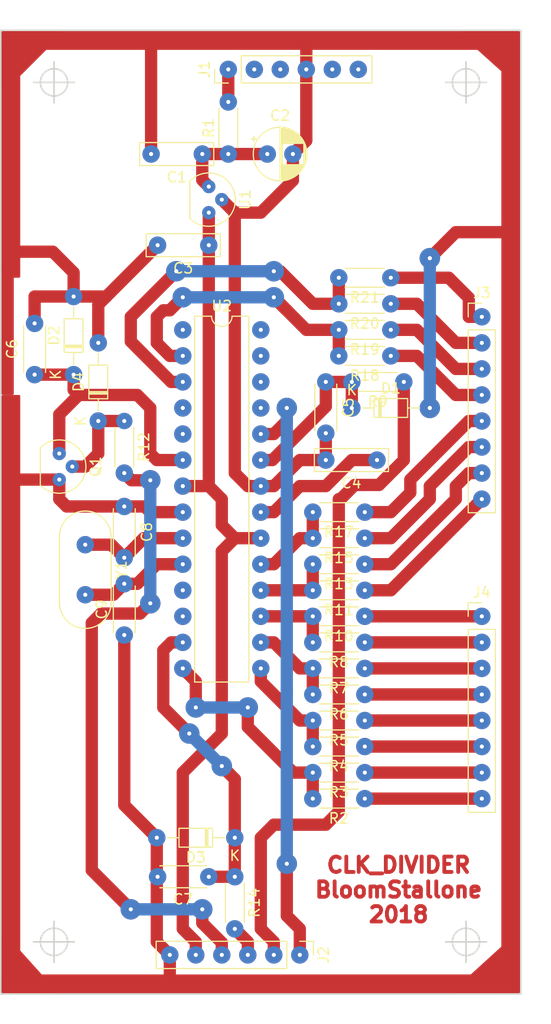
<source format=kicad_pcb>
(kicad_pcb (version 20171130) (host pcbnew 5.0.2-bee76a0~70~ubuntu18.04.1)

  (general
    (thickness 1.6)
    (drawings 9)
    (tracks 273)
    (zones 0)
    (modules 41)
    (nets 53)
  )

  (page A4)
  (layers
    (0 F.Cu signal)
    (31 B.Cu signal)
    (32 B.Adhes user)
    (33 F.Adhes user)
    (34 B.Paste user)
    (35 F.Paste user)
    (36 B.SilkS user)
    (37 F.SilkS user)
    (38 B.Mask user)
    (39 F.Mask user)
    (40 Dwgs.User user)
    (41 Cmts.User user)
    (42 Eco1.User user)
    (43 Eco2.User user)
    (44 Edge.Cuts user)
    (45 Margin user)
    (46 B.CrtYd user)
    (47 F.CrtYd user)
    (48 B.Fab user)
    (49 F.Fab user)
  )

  (setup
    (last_trace_width 1.2)
    (trace_clearance 0.2)
    (zone_clearance 0.508)
    (zone_45_only no)
    (trace_min 0.2)
    (segment_width 0.2)
    (edge_width 0.15)
    (via_size 2)
    (via_drill 0.4)
    (via_min_size 0.4)
    (via_min_drill 0.3)
    (uvia_size 0.3)
    (uvia_drill 0.1)
    (uvias_allowed no)
    (uvia_min_size 0.2)
    (uvia_min_drill 0.1)
    (pcb_text_width 0.3)
    (pcb_text_size 1.5 1.5)
    (mod_edge_width 0.15)
    (mod_text_size 1 1)
    (mod_text_width 0.15)
    (pad_size 1.3 1.3)
    (pad_drill 0.4)
    (pad_to_mask_clearance 0.2)
    (solder_mask_min_width 0.25)
    (aux_axis_origin 0 0)
    (visible_elements FFFFFF7F)
    (pcbplotparams
      (layerselection 0x010fc_ffffffff)
      (usegerberextensions false)
      (usegerberattributes false)
      (usegerberadvancedattributes false)
      (creategerberjobfile false)
      (excludeedgelayer true)
      (linewidth 0.020000)
      (plotframeref false)
      (viasonmask false)
      (mode 1)
      (useauxorigin false)
      (hpglpennumber 1)
      (hpglpenspeed 20)
      (hpglpendiameter 15.000000)
      (psnegative false)
      (psa4output false)
      (plotreference true)
      (plotvalue true)
      (plotinvisibletext false)
      (padsonsilk false)
      (subtractmaskfromsilk false)
      (outputformat 5)
      (mirror false)
      (drillshape 1)
      (scaleselection 1)
      (outputdirectory "clk_divider"))
  )

  (net 0 "")
  (net 1 "Net-(C1-Pad1)")
  (net 2 GND)
  (net 3 /VCC)
  (net 4 "Net-(C4-Pad1)")
  (net 5 "Net-(C5-Pad1)")
  (net 6 "Net-(J1-Pad2)")
  (net 7 "Net-(J1-Pad3)")
  (net 8 "Net-(J1-Pad5)")
  (net 9 "Net-(J1-Pad6)")
  (net 10 /RESET_IN)
  (net 11 /MASTER_CLK_IN)
  (net 12 /ROTATE_IN)
  (net 13 /DIVIDING)
  (net 14 /LED1)
  (net 15 /LED2)
  (net 16 /LED3)
  (net 17 /LED4)
  (net 18 /LED5)
  (net 19 /LED6)
  (net 20 /LED7)
  (net 21 /LED8)
  (net 22 /CLK8)
  (net 23 /CLK7)
  (net 24 /CLK6)
  (net 25 /CLK5)
  (net 26 /CLK4)
  (net 27 /CLK3)
  (net 28 /CLK2)
  (net 29 /CLK1)
  (net 30 /PB0)
  (net 31 /PB1)
  (net 32 /PB2)
  (net 33 /PB3)
  (net 34 /PB4)
  (net 35 /PB5)
  (net 36 /PD0)
  (net 37 /PD1)
  (net 38 "Net-(U2-Pad1)")
  (net 39 "Net-(U2-Pad4)")
  (net 40 "Net-(U2-Pad5)")
  (net 41 "Net-(U2-Pad11)")
  (net 42 "Net-(U2-Pad25)")
  (net 43 "Net-(U2-Pad12)")
  (net 44 "Net-(U2-Pad26)")
  (net 45 "Net-(U2-Pad27)")
  (net 46 "Net-(U2-Pad28)")
  (net 47 "Net-(C6-Pad1)")
  (net 48 "Net-(C7-Pad1)")
  (net 49 "Net-(C8-Pad2)")
  (net 50 "Net-(C9-Pad2)")
  (net 51 "Net-(D4-Pad1)")
  (net 52 "Net-(J1-Pad1)")

  (net_class Default "This is the default net class."
    (clearance 0.2)
    (trace_width 1.2)
    (via_dia 2)
    (via_drill 0.4)
    (uvia_dia 0.3)
    (uvia_drill 0.1)
    (add_net /CLK1)
    (add_net /CLK2)
    (add_net /CLK3)
    (add_net /CLK4)
    (add_net /CLK5)
    (add_net /CLK6)
    (add_net /CLK7)
    (add_net /CLK8)
    (add_net /DIVIDING)
    (add_net /LED1)
    (add_net /LED2)
    (add_net /LED3)
    (add_net /LED4)
    (add_net /LED5)
    (add_net /LED6)
    (add_net /LED7)
    (add_net /LED8)
    (add_net /MASTER_CLK_IN)
    (add_net /PB0)
    (add_net /PB1)
    (add_net /PB2)
    (add_net /PB3)
    (add_net /PB4)
    (add_net /PB5)
    (add_net /PD0)
    (add_net /PD1)
    (add_net /RESET_IN)
    (add_net /ROTATE_IN)
    (add_net /VCC)
    (add_net GND)
    (add_net "Net-(C1-Pad1)")
    (add_net "Net-(C4-Pad1)")
    (add_net "Net-(C5-Pad1)")
    (add_net "Net-(C6-Pad1)")
    (add_net "Net-(C7-Pad1)")
    (add_net "Net-(C8-Pad2)")
    (add_net "Net-(C9-Pad2)")
    (add_net "Net-(D4-Pad1)")
    (add_net "Net-(J1-Pad1)")
    (add_net "Net-(J1-Pad2)")
    (add_net "Net-(J1-Pad3)")
    (add_net "Net-(J1-Pad5)")
    (add_net "Net-(J1-Pad6)")
    (add_net "Net-(U2-Pad1)")
    (add_net "Net-(U2-Pad11)")
    (add_net "Net-(U2-Pad12)")
    (add_net "Net-(U2-Pad25)")
    (add_net "Net-(U2-Pad26)")
    (add_net "Net-(U2-Pad27)")
    (add_net "Net-(U2-Pad28)")
    (add_net "Net-(U2-Pad4)")
    (add_net "Net-(U2-Pad5)")
  )

  (module Package_DIP:DIP-28_W7.62mm (layer F.Cu) (tedit 5BA94113) (tstamp 5BA6DFA8)
    (at 132.08 82.55)
    (descr "28-lead though-hole mounted DIP package, row spacing 7.62 mm (300 mils)")
    (tags "THT DIP DIL PDIP 2.54mm 7.62mm 300mil")
    (path /5B9CE629)
    (fp_text reference U2 (at 3.81 -2.33) (layer F.SilkS)
      (effects (font (size 1 1) (thickness 0.15)))
    )
    (fp_text value ATmega328-PU (at 3.81 35.35) (layer F.Fab)
      (effects (font (size 1 1) (thickness 0.15)))
    )
    (fp_arc (start 3.81 -1.33) (end 2.81 -1.33) (angle -180) (layer F.SilkS) (width 0.12))
    (fp_line (start 1.635 -1.27) (end 6.985 -1.27) (layer F.Fab) (width 0.1))
    (fp_line (start 6.985 -1.27) (end 6.985 34.29) (layer F.Fab) (width 0.1))
    (fp_line (start 6.985 34.29) (end 0.635 34.29) (layer F.Fab) (width 0.1))
    (fp_line (start 0.635 34.29) (end 0.635 -0.27) (layer F.Fab) (width 0.1))
    (fp_line (start 0.635 -0.27) (end 1.635 -1.27) (layer F.Fab) (width 0.1))
    (fp_line (start 2.81 -1.33) (end 1.16 -1.33) (layer F.SilkS) (width 0.12))
    (fp_line (start 1.16 -1.33) (end 1.16 34.35) (layer F.SilkS) (width 0.12))
    (fp_line (start 1.16 34.35) (end 6.46 34.35) (layer F.SilkS) (width 0.12))
    (fp_line (start 6.46 34.35) (end 6.46 -1.33) (layer F.SilkS) (width 0.12))
    (fp_line (start 6.46 -1.33) (end 4.81 -1.33) (layer F.SilkS) (width 0.12))
    (fp_line (start -1.1 -1.55) (end -1.1 34.55) (layer F.CrtYd) (width 0.05))
    (fp_line (start -1.1 34.55) (end 8.7 34.55) (layer F.CrtYd) (width 0.05))
    (fp_line (start 8.7 34.55) (end 8.7 -1.55) (layer F.CrtYd) (width 0.05))
    (fp_line (start 8.7 -1.55) (end -1.1 -1.55) (layer F.CrtYd) (width 0.05))
    (fp_text user %R (at 3.81 16.51) (layer F.Fab)
      (effects (font (size 1 1) (thickness 0.15)))
    )
    (pad 1 thru_hole oval (at 0 0) (size 1.7 1.7) (drill 0.4) (layers *.Cu *.Mask)
      (net 38 "Net-(U2-Pad1)"))
    (pad 15 thru_hole oval (at 7.62 33.02) (size 1.7 1.7) (drill 0.4) (layers *.Cu *.Mask)
      (net 31 /PB1))
    (pad 2 thru_hole oval (at 0 2.54) (size 1.7 1.7) (drill 0.4) (layers *.Cu *.Mask)
      (net 36 /PD0))
    (pad 16 thru_hole oval (at 7.62 30.48) (size 1.7 1.7) (drill 0.4) (layers *.Cu *.Mask)
      (net 32 /PB2))
    (pad 3 thru_hole oval (at 0 5.08) (size 1.7 1.7) (drill 0.4) (layers *.Cu *.Mask)
      (net 37 /PD1))
    (pad 17 thru_hole oval (at 7.62 27.94) (size 1.7 1.7) (drill 0.4) (layers *.Cu *.Mask)
      (net 33 /PB3))
    (pad 4 thru_hole oval (at 0 7.62) (size 1.7 1.7) (drill 0.4) (layers *.Cu *.Mask)
      (net 39 "Net-(U2-Pad4)"))
    (pad 18 thru_hole oval (at 7.62 25.4) (size 1.7 1.7) (drill 0.4) (layers *.Cu *.Mask)
      (net 34 /PB4))
    (pad 5 thru_hole oval (at 0 10.16) (size 1.7 1.7) (drill 0.4) (layers *.Cu *.Mask)
      (net 40 "Net-(U2-Pad5)"))
    (pad 19 thru_hole oval (at 7.62 22.86) (size 1.7 1.7) (drill 0.4) (layers *.Cu *.Mask)
      (net 35 /PB5))
    (pad 6 thru_hole oval (at 0 12.7) (size 1.7 1.7) (drill 0.4) (layers *.Cu *.Mask)
      (net 47 "Net-(C6-Pad1)"))
    (pad 20 thru_hole oval (at 7.62 20.32) (size 1.7 1.7) (drill 0.4) (layers *.Cu *.Mask)
      (net 3 /VCC))
    (pad 7 thru_hole oval (at 0 15.24) (size 1.7 1.7) (drill 0.4) (layers *.Cu *.Mask)
      (net 3 /VCC))
    (pad 21 thru_hole oval (at 7.62 17.78) (size 1.7 1.7) (drill 0.4) (layers *.Cu *.Mask)
      (net 4 "Net-(C4-Pad1)"))
    (pad 8 thru_hole oval (at 0 17.78) (size 1.7 1.7) (drill 0.4) (layers *.Cu *.Mask)
      (net 2 GND))
    (pad 22 thru_hole oval (at 7.62 15.24) (size 1.7 1.7) (drill 0.4) (layers *.Cu *.Mask)
      (net 2 GND))
    (pad 9 thru_hole oval (at 0 20.32) (size 1.7 1.7) (drill 0.4) (layers *.Cu *.Mask)
      (net 49 "Net-(C8-Pad2)"))
    (pad 23 thru_hole oval (at 7.62 12.7) (size 1.7 1.7) (drill 0.4) (layers *.Cu *.Mask)
      (net 5 "Net-(C5-Pad1)"))
    (pad 10 thru_hole oval (at 0 22.86) (size 1.7 1.7) (drill 0.4) (layers *.Cu *.Mask)
      (net 50 "Net-(C9-Pad2)"))
    (pad 24 thru_hole oval (at 7.62 10.16) (size 1.7 1.7) (drill 0.4) (layers *.Cu *.Mask)
      (net 13 /DIVIDING))
    (pad 11 thru_hole oval (at 0 25.4) (size 1.7 1.7) (drill 0.4) (layers *.Cu *.Mask)
      (net 41 "Net-(U2-Pad11)"))
    (pad 25 thru_hole oval (at 7.62 7.62) (size 1.7 1.7) (drill 0.4) (layers *.Cu *.Mask)
      (net 42 "Net-(U2-Pad25)"))
    (pad 12 thru_hole oval (at 0 27.94) (size 1.7 1.7) (drill 0.4) (layers *.Cu *.Mask)
      (net 43 "Net-(U2-Pad12)"))
    (pad 26 thru_hole oval (at 7.62 5.08) (size 1.7 1.7) (drill 0.4) (layers *.Cu *.Mask)
      (net 44 "Net-(U2-Pad26)"))
    (pad 13 thru_hole oval (at 0 30.48) (size 1.7 1.7) (drill 0.4) (layers *.Cu *.Mask)
      (net 48 "Net-(C7-Pad1)"))
    (pad 27 thru_hole oval (at 7.62 2.54) (size 1.7 1.7) (drill 0.4) (layers *.Cu *.Mask)
      (net 45 "Net-(U2-Pad27)"))
    (pad 14 thru_hole oval (at 0 33.02) (size 1.7 1.7) (drill 0.4) (layers *.Cu *.Mask)
      (net 30 /PB0))
    (pad 28 thru_hole oval (at 7.62 0) (size 1.7 1.7) (drill 0.4) (layers *.Cu *.Mask)
      (net 46 "Net-(U2-Pad28)"))
    (model ${KISYS3DMOD}/Package_DIP.3dshapes/DIP-28_W7.62mm.wrl
      (at (xyz 0 0 0))
      (scale (xyz 1 1 1))
      (rotate (xyz 0 0 0))
    )
  )

  (module Connector_PinHeader_2.54mm:PinHeader_1x08_P2.54mm_Vertical (layer F.Cu) (tedit 59FED5CC) (tstamp 5BA6DDA9)
    (at 161.29 81.28)
    (descr "Through hole straight pin header, 1x08, 2.54mm pitch, single row")
    (tags "Through hole pin header THT 1x08 2.54mm single row")
    (path /5B9BDAB4)
    (fp_text reference J3 (at 0 -2.33) (layer F.SilkS)
      (effects (font (size 1 1) (thickness 0.15)))
    )
    (fp_text value Conn_01x08_Male (at 0 20.11) (layer F.Fab)
      (effects (font (size 1 1) (thickness 0.15)))
    )
    (fp_text user %R (at 0 8.89 90) (layer F.Fab)
      (effects (font (size 1 1) (thickness 0.15)))
    )
    (fp_line (start 1.8 -1.8) (end -1.8 -1.8) (layer F.CrtYd) (width 0.05))
    (fp_line (start 1.8 19.55) (end 1.8 -1.8) (layer F.CrtYd) (width 0.05))
    (fp_line (start -1.8 19.55) (end 1.8 19.55) (layer F.CrtYd) (width 0.05))
    (fp_line (start -1.8 -1.8) (end -1.8 19.55) (layer F.CrtYd) (width 0.05))
    (fp_line (start -1.33 -1.33) (end 0 -1.33) (layer F.SilkS) (width 0.12))
    (fp_line (start -1.33 0) (end -1.33 -1.33) (layer F.SilkS) (width 0.12))
    (fp_line (start -1.33 1.27) (end 1.33 1.27) (layer F.SilkS) (width 0.12))
    (fp_line (start 1.33 1.27) (end 1.33 19.11) (layer F.SilkS) (width 0.12))
    (fp_line (start -1.33 1.27) (end -1.33 19.11) (layer F.SilkS) (width 0.12))
    (fp_line (start -1.33 19.11) (end 1.33 19.11) (layer F.SilkS) (width 0.12))
    (fp_line (start -1.27 -0.635) (end -0.635 -1.27) (layer F.Fab) (width 0.1))
    (fp_line (start -1.27 19.05) (end -1.27 -0.635) (layer F.Fab) (width 0.1))
    (fp_line (start 1.27 19.05) (end -1.27 19.05) (layer F.Fab) (width 0.1))
    (fp_line (start 1.27 -1.27) (end 1.27 19.05) (layer F.Fab) (width 0.1))
    (fp_line (start -0.635 -1.27) (end 1.27 -1.27) (layer F.Fab) (width 0.1))
    (pad 8 thru_hole oval (at 0 17.78) (size 1.7 1.7) (drill 0.4) (layers *.Cu *.Mask)
      (net 18 /LED5))
    (pad 7 thru_hole oval (at 0 15.24) (size 1.7 1.7) (drill 0.4) (layers *.Cu *.Mask)
      (net 25 /CLK5))
    (pad 6 thru_hole oval (at 0 12.7) (size 1.7 1.7) (drill 0.4) (layers *.Cu *.Mask)
      (net 19 /LED6))
    (pad 5 thru_hole oval (at 0 10.16) (size 1.7 1.7) (drill 0.4) (layers *.Cu *.Mask)
      (net 24 /CLK6))
    (pad 4 thru_hole oval (at 0 7.62) (size 1.7 1.7) (drill 0.4) (layers *.Cu *.Mask)
      (net 20 /LED7))
    (pad 3 thru_hole oval (at 0 5.08) (size 1.7 1.7) (drill 0.4) (layers *.Cu *.Mask)
      (net 23 /CLK7))
    (pad 2 thru_hole oval (at 0 2.54) (size 1.7 1.7) (drill 0.4) (layers *.Cu *.Mask)
      (net 21 /LED8))
    (pad 1 thru_hole oval (at 0 0) (size 1.7 1.7) (drill 0.4) (layers *.Cu *.Mask)
      (net 22 /CLK8))
    (model ${KISYS3DMOD}/Connector_PinHeader_2.54mm.3dshapes/PinHeader_1x08_P2.54mm_Vertical.wrl
      (at (xyz 0 0 0))
      (scale (xyz 1 1 1))
      (rotate (xyz 0 0 0))
    )
  )

  (module Capacitor_THT:C_Rect_L7.0mm_W2.0mm_P5.00mm (layer F.Cu) (tedit 5AE50EF0) (tstamp 5BA6DBCA)
    (at 133.985 65.405 180)
    (descr "C, Rect series, Radial, pin pitch=5.00mm, , length*width=7*2mm^2, Capacitor")
    (tags "C Rect series Radial pin pitch 5.00mm  length 7mm width 2mm Capacitor")
    (path /5BA17CE9)
    (fp_text reference C1 (at 2.5 -2.25 180) (layer F.SilkS)
      (effects (font (size 1 1) (thickness 0.15)))
    )
    (fp_text value 100nF (at 2.5 2.25 180) (layer F.Fab)
      (effects (font (size 1 1) (thickness 0.15)))
    )
    (fp_line (start -1 -1) (end -1 1) (layer F.Fab) (width 0.1))
    (fp_line (start -1 1) (end 6 1) (layer F.Fab) (width 0.1))
    (fp_line (start 6 1) (end 6 -1) (layer F.Fab) (width 0.1))
    (fp_line (start 6 -1) (end -1 -1) (layer F.Fab) (width 0.1))
    (fp_line (start -1.12 -1.12) (end 6.12 -1.12) (layer F.SilkS) (width 0.12))
    (fp_line (start -1.12 1.12) (end 6.12 1.12) (layer F.SilkS) (width 0.12))
    (fp_line (start -1.12 -1.12) (end -1.12 1.12) (layer F.SilkS) (width 0.12))
    (fp_line (start 6.12 -1.12) (end 6.12 1.12) (layer F.SilkS) (width 0.12))
    (fp_line (start -1.25 -1.25) (end -1.25 1.25) (layer F.CrtYd) (width 0.05))
    (fp_line (start -1.25 1.25) (end 6.25 1.25) (layer F.CrtYd) (width 0.05))
    (fp_line (start 6.25 1.25) (end 6.25 -1.25) (layer F.CrtYd) (width 0.05))
    (fp_line (start 6.25 -1.25) (end -1.25 -1.25) (layer F.CrtYd) (width 0.05))
    (fp_text user %R (at 2.5 0 180) (layer F.Fab)
      (effects (font (size 1 1) (thickness 0.15)))
    )
    (pad 1 thru_hole oval (at 0 0 180) (size 1.7 1.7) (drill 0.4) (layers *.Cu *.Mask)
      (net 1 "Net-(C1-Pad1)"))
    (pad 2 thru_hole oval (at 5 0 180) (size 1.7 1.7) (drill 0.4) (layers *.Cu *.Mask)
      (net 2 GND))
    (model ${KISYS3DMOD}/Capacitor_THT.3dshapes/C_Rect_L7.0mm_W2.0mm_P5.00mm.wrl
      (at (xyz 0 0 0))
      (scale (xyz 1 1 1))
      (rotate (xyz 0 0 0))
    )
  )

  (module Capacitor_THT:CP_Radial_D5.0mm_P2.50mm (layer F.Cu) (tedit 5AE50EF0) (tstamp 5BA6DC4E)
    (at 140.335 65.405)
    (descr "CP, Radial series, Radial, pin pitch=2.50mm, , diameter=5mm, Electrolytic Capacitor")
    (tags "CP Radial series Radial pin pitch 2.50mm  diameter 5mm Electrolytic Capacitor")
    (path /5BA17C27)
    (fp_text reference C2 (at 1.25 -3.75) (layer F.SilkS)
      (effects (font (size 1 1) (thickness 0.15)))
    )
    (fp_text value 22uF (at 1.25 3.75) (layer F.Fab)
      (effects (font (size 1 1) (thickness 0.15)))
    )
    (fp_circle (center 1.25 0) (end 3.75 0) (layer F.Fab) (width 0.1))
    (fp_circle (center 1.25 0) (end 3.87 0) (layer F.SilkS) (width 0.12))
    (fp_circle (center 1.25 0) (end 4 0) (layer F.CrtYd) (width 0.05))
    (fp_line (start -0.883605 -1.0875) (end -0.383605 -1.0875) (layer F.Fab) (width 0.1))
    (fp_line (start -0.633605 -1.3375) (end -0.633605 -0.8375) (layer F.Fab) (width 0.1))
    (fp_line (start 1.25 -2.58) (end 1.25 2.58) (layer F.SilkS) (width 0.12))
    (fp_line (start 1.29 -2.58) (end 1.29 2.58) (layer F.SilkS) (width 0.12))
    (fp_line (start 1.33 -2.579) (end 1.33 2.579) (layer F.SilkS) (width 0.12))
    (fp_line (start 1.37 -2.578) (end 1.37 2.578) (layer F.SilkS) (width 0.12))
    (fp_line (start 1.41 -2.576) (end 1.41 2.576) (layer F.SilkS) (width 0.12))
    (fp_line (start 1.45 -2.573) (end 1.45 2.573) (layer F.SilkS) (width 0.12))
    (fp_line (start 1.49 -2.569) (end 1.49 -1.04) (layer F.SilkS) (width 0.12))
    (fp_line (start 1.49 1.04) (end 1.49 2.569) (layer F.SilkS) (width 0.12))
    (fp_line (start 1.53 -2.565) (end 1.53 -1.04) (layer F.SilkS) (width 0.12))
    (fp_line (start 1.53 1.04) (end 1.53 2.565) (layer F.SilkS) (width 0.12))
    (fp_line (start 1.57 -2.561) (end 1.57 -1.04) (layer F.SilkS) (width 0.12))
    (fp_line (start 1.57 1.04) (end 1.57 2.561) (layer F.SilkS) (width 0.12))
    (fp_line (start 1.61 -2.556) (end 1.61 -1.04) (layer F.SilkS) (width 0.12))
    (fp_line (start 1.61 1.04) (end 1.61 2.556) (layer F.SilkS) (width 0.12))
    (fp_line (start 1.65 -2.55) (end 1.65 -1.04) (layer F.SilkS) (width 0.12))
    (fp_line (start 1.65 1.04) (end 1.65 2.55) (layer F.SilkS) (width 0.12))
    (fp_line (start 1.69 -2.543) (end 1.69 -1.04) (layer F.SilkS) (width 0.12))
    (fp_line (start 1.69 1.04) (end 1.69 2.543) (layer F.SilkS) (width 0.12))
    (fp_line (start 1.73 -2.536) (end 1.73 -1.04) (layer F.SilkS) (width 0.12))
    (fp_line (start 1.73 1.04) (end 1.73 2.536) (layer F.SilkS) (width 0.12))
    (fp_line (start 1.77 -2.528) (end 1.77 -1.04) (layer F.SilkS) (width 0.12))
    (fp_line (start 1.77 1.04) (end 1.77 2.528) (layer F.SilkS) (width 0.12))
    (fp_line (start 1.81 -2.52) (end 1.81 -1.04) (layer F.SilkS) (width 0.12))
    (fp_line (start 1.81 1.04) (end 1.81 2.52) (layer F.SilkS) (width 0.12))
    (fp_line (start 1.85 -2.511) (end 1.85 -1.04) (layer F.SilkS) (width 0.12))
    (fp_line (start 1.85 1.04) (end 1.85 2.511) (layer F.SilkS) (width 0.12))
    (fp_line (start 1.89 -2.501) (end 1.89 -1.04) (layer F.SilkS) (width 0.12))
    (fp_line (start 1.89 1.04) (end 1.89 2.501) (layer F.SilkS) (width 0.12))
    (fp_line (start 1.93 -2.491) (end 1.93 -1.04) (layer F.SilkS) (width 0.12))
    (fp_line (start 1.93 1.04) (end 1.93 2.491) (layer F.SilkS) (width 0.12))
    (fp_line (start 1.971 -2.48) (end 1.971 -1.04) (layer F.SilkS) (width 0.12))
    (fp_line (start 1.971 1.04) (end 1.971 2.48) (layer F.SilkS) (width 0.12))
    (fp_line (start 2.011 -2.468) (end 2.011 -1.04) (layer F.SilkS) (width 0.12))
    (fp_line (start 2.011 1.04) (end 2.011 2.468) (layer F.SilkS) (width 0.12))
    (fp_line (start 2.051 -2.455) (end 2.051 -1.04) (layer F.SilkS) (width 0.12))
    (fp_line (start 2.051 1.04) (end 2.051 2.455) (layer F.SilkS) (width 0.12))
    (fp_line (start 2.091 -2.442) (end 2.091 -1.04) (layer F.SilkS) (width 0.12))
    (fp_line (start 2.091 1.04) (end 2.091 2.442) (layer F.SilkS) (width 0.12))
    (fp_line (start 2.131 -2.428) (end 2.131 -1.04) (layer F.SilkS) (width 0.12))
    (fp_line (start 2.131 1.04) (end 2.131 2.428) (layer F.SilkS) (width 0.12))
    (fp_line (start 2.171 -2.414) (end 2.171 -1.04) (layer F.SilkS) (width 0.12))
    (fp_line (start 2.171 1.04) (end 2.171 2.414) (layer F.SilkS) (width 0.12))
    (fp_line (start 2.211 -2.398) (end 2.211 -1.04) (layer F.SilkS) (width 0.12))
    (fp_line (start 2.211 1.04) (end 2.211 2.398) (layer F.SilkS) (width 0.12))
    (fp_line (start 2.251 -2.382) (end 2.251 -1.04) (layer F.SilkS) (width 0.12))
    (fp_line (start 2.251 1.04) (end 2.251 2.382) (layer F.SilkS) (width 0.12))
    (fp_line (start 2.291 -2.365) (end 2.291 -1.04) (layer F.SilkS) (width 0.12))
    (fp_line (start 2.291 1.04) (end 2.291 2.365) (layer F.SilkS) (width 0.12))
    (fp_line (start 2.331 -2.348) (end 2.331 -1.04) (layer F.SilkS) (width 0.12))
    (fp_line (start 2.331 1.04) (end 2.331 2.348) (layer F.SilkS) (width 0.12))
    (fp_line (start 2.371 -2.329) (end 2.371 -1.04) (layer F.SilkS) (width 0.12))
    (fp_line (start 2.371 1.04) (end 2.371 2.329) (layer F.SilkS) (width 0.12))
    (fp_line (start 2.411 -2.31) (end 2.411 -1.04) (layer F.SilkS) (width 0.12))
    (fp_line (start 2.411 1.04) (end 2.411 2.31) (layer F.SilkS) (width 0.12))
    (fp_line (start 2.451 -2.29) (end 2.451 -1.04) (layer F.SilkS) (width 0.12))
    (fp_line (start 2.451 1.04) (end 2.451 2.29) (layer F.SilkS) (width 0.12))
    (fp_line (start 2.491 -2.268) (end 2.491 -1.04) (layer F.SilkS) (width 0.12))
    (fp_line (start 2.491 1.04) (end 2.491 2.268) (layer F.SilkS) (width 0.12))
    (fp_line (start 2.531 -2.247) (end 2.531 -1.04) (layer F.SilkS) (width 0.12))
    (fp_line (start 2.531 1.04) (end 2.531 2.247) (layer F.SilkS) (width 0.12))
    (fp_line (start 2.571 -2.224) (end 2.571 -1.04) (layer F.SilkS) (width 0.12))
    (fp_line (start 2.571 1.04) (end 2.571 2.224) (layer F.SilkS) (width 0.12))
    (fp_line (start 2.611 -2.2) (end 2.611 -1.04) (layer F.SilkS) (width 0.12))
    (fp_line (start 2.611 1.04) (end 2.611 2.2) (layer F.SilkS) (width 0.12))
    (fp_line (start 2.651 -2.175) (end 2.651 -1.04) (layer F.SilkS) (width 0.12))
    (fp_line (start 2.651 1.04) (end 2.651 2.175) (layer F.SilkS) (width 0.12))
    (fp_line (start 2.691 -2.149) (end 2.691 -1.04) (layer F.SilkS) (width 0.12))
    (fp_line (start 2.691 1.04) (end 2.691 2.149) (layer F.SilkS) (width 0.12))
    (fp_line (start 2.731 -2.122) (end 2.731 -1.04) (layer F.SilkS) (width 0.12))
    (fp_line (start 2.731 1.04) (end 2.731 2.122) (layer F.SilkS) (width 0.12))
    (fp_line (start 2.771 -2.095) (end 2.771 -1.04) (layer F.SilkS) (width 0.12))
    (fp_line (start 2.771 1.04) (end 2.771 2.095) (layer F.SilkS) (width 0.12))
    (fp_line (start 2.811 -2.065) (end 2.811 -1.04) (layer F.SilkS) (width 0.12))
    (fp_line (start 2.811 1.04) (end 2.811 2.065) (layer F.SilkS) (width 0.12))
    (fp_line (start 2.851 -2.035) (end 2.851 -1.04) (layer F.SilkS) (width 0.12))
    (fp_line (start 2.851 1.04) (end 2.851 2.035) (layer F.SilkS) (width 0.12))
    (fp_line (start 2.891 -2.004) (end 2.891 -1.04) (layer F.SilkS) (width 0.12))
    (fp_line (start 2.891 1.04) (end 2.891 2.004) (layer F.SilkS) (width 0.12))
    (fp_line (start 2.931 -1.971) (end 2.931 -1.04) (layer F.SilkS) (width 0.12))
    (fp_line (start 2.931 1.04) (end 2.931 1.971) (layer F.SilkS) (width 0.12))
    (fp_line (start 2.971 -1.937) (end 2.971 -1.04) (layer F.SilkS) (width 0.12))
    (fp_line (start 2.971 1.04) (end 2.971 1.937) (layer F.SilkS) (width 0.12))
    (fp_line (start 3.011 -1.901) (end 3.011 -1.04) (layer F.SilkS) (width 0.12))
    (fp_line (start 3.011 1.04) (end 3.011 1.901) (layer F.SilkS) (width 0.12))
    (fp_line (start 3.051 -1.864) (end 3.051 -1.04) (layer F.SilkS) (width 0.12))
    (fp_line (start 3.051 1.04) (end 3.051 1.864) (layer F.SilkS) (width 0.12))
    (fp_line (start 3.091 -1.826) (end 3.091 -1.04) (layer F.SilkS) (width 0.12))
    (fp_line (start 3.091 1.04) (end 3.091 1.826) (layer F.SilkS) (width 0.12))
    (fp_line (start 3.131 -1.785) (end 3.131 -1.04) (layer F.SilkS) (width 0.12))
    (fp_line (start 3.131 1.04) (end 3.131 1.785) (layer F.SilkS) (width 0.12))
    (fp_line (start 3.171 -1.743) (end 3.171 -1.04) (layer F.SilkS) (width 0.12))
    (fp_line (start 3.171 1.04) (end 3.171 1.743) (layer F.SilkS) (width 0.12))
    (fp_line (start 3.211 -1.699) (end 3.211 -1.04) (layer F.SilkS) (width 0.12))
    (fp_line (start 3.211 1.04) (end 3.211 1.699) (layer F.SilkS) (width 0.12))
    (fp_line (start 3.251 -1.653) (end 3.251 -1.04) (layer F.SilkS) (width 0.12))
    (fp_line (start 3.251 1.04) (end 3.251 1.653) (layer F.SilkS) (width 0.12))
    (fp_line (start 3.291 -1.605) (end 3.291 -1.04) (layer F.SilkS) (width 0.12))
    (fp_line (start 3.291 1.04) (end 3.291 1.605) (layer F.SilkS) (width 0.12))
    (fp_line (start 3.331 -1.554) (end 3.331 -1.04) (layer F.SilkS) (width 0.12))
    (fp_line (start 3.331 1.04) (end 3.331 1.554) (layer F.SilkS) (width 0.12))
    (fp_line (start 3.371 -1.5) (end 3.371 -1.04) (layer F.SilkS) (width 0.12))
    (fp_line (start 3.371 1.04) (end 3.371 1.5) (layer F.SilkS) (width 0.12))
    (fp_line (start 3.411 -1.443) (end 3.411 -1.04) (layer F.SilkS) (width 0.12))
    (fp_line (start 3.411 1.04) (end 3.411 1.443) (layer F.SilkS) (width 0.12))
    (fp_line (start 3.451 -1.383) (end 3.451 -1.04) (layer F.SilkS) (width 0.12))
    (fp_line (start 3.451 1.04) (end 3.451 1.383) (layer F.SilkS) (width 0.12))
    (fp_line (start 3.491 -1.319) (end 3.491 -1.04) (layer F.SilkS) (width 0.12))
    (fp_line (start 3.491 1.04) (end 3.491 1.319) (layer F.SilkS) (width 0.12))
    (fp_line (start 3.531 -1.251) (end 3.531 -1.04) (layer F.SilkS) (width 0.12))
    (fp_line (start 3.531 1.04) (end 3.531 1.251) (layer F.SilkS) (width 0.12))
    (fp_line (start 3.571 -1.178) (end 3.571 1.178) (layer F.SilkS) (width 0.12))
    (fp_line (start 3.611 -1.098) (end 3.611 1.098) (layer F.SilkS) (width 0.12))
    (fp_line (start 3.651 -1.011) (end 3.651 1.011) (layer F.SilkS) (width 0.12))
    (fp_line (start 3.691 -0.915) (end 3.691 0.915) (layer F.SilkS) (width 0.12))
    (fp_line (start 3.731 -0.805) (end 3.731 0.805) (layer F.SilkS) (width 0.12))
    (fp_line (start 3.771 -0.677) (end 3.771 0.677) (layer F.SilkS) (width 0.12))
    (fp_line (start 3.811 -0.518) (end 3.811 0.518) (layer F.SilkS) (width 0.12))
    (fp_line (start 3.851 -0.284) (end 3.851 0.284) (layer F.SilkS) (width 0.12))
    (fp_line (start -1.554775 -1.475) (end -1.054775 -1.475) (layer F.SilkS) (width 0.12))
    (fp_line (start -1.304775 -1.725) (end -1.304775 -1.225) (layer F.SilkS) (width 0.12))
    (fp_text user %R (at 1.25 0) (layer F.Fab)
      (effects (font (size 1 1) (thickness 0.15)))
    )
    (pad 1 thru_hole oval (at 0 0) (size 1.7 1.7) (drill 0.4) (layers *.Cu *.Mask)
      (net 1 "Net-(C1-Pad1)"))
    (pad 2 thru_hole oval (at 2.5 0) (size 1.7 1.7) (drill 0.4) (layers *.Cu *.Mask)
      (net 2 GND))
    (model ${KISYS3DMOD}/Capacitor_THT.3dshapes/CP_Radial_D5.0mm_P2.50mm.wrl
      (at (xyz 0 0 0))
      (scale (xyz 1 1 1))
      (rotate (xyz 0 0 0))
    )
  )

  (module Capacitor_THT:C_Rect_L7.0mm_W2.0mm_P5.00mm (layer F.Cu) (tedit 5AE50EF0) (tstamp 5BA6DC61)
    (at 134.62 74.295 180)
    (descr "C, Rect series, Radial, pin pitch=5.00mm, , length*width=7*2mm^2, Capacitor")
    (tags "C Rect series Radial pin pitch 5.00mm  length 7mm width 2mm Capacitor")
    (path /5B9DE3CD)
    (fp_text reference C3 (at 2.5 -2.25 180) (layer F.SilkS)
      (effects (font (size 1 1) (thickness 0.15)))
    )
    (fp_text value 100nF (at 2.5 2.25 180) (layer F.Fab)
      (effects (font (size 1 1) (thickness 0.15)))
    )
    (fp_text user %R (at 2.5 0 180) (layer F.Fab)
      (effects (font (size 1 1) (thickness 0.15)))
    )
    (fp_line (start 6.25 -1.25) (end -1.25 -1.25) (layer F.CrtYd) (width 0.05))
    (fp_line (start 6.25 1.25) (end 6.25 -1.25) (layer F.CrtYd) (width 0.05))
    (fp_line (start -1.25 1.25) (end 6.25 1.25) (layer F.CrtYd) (width 0.05))
    (fp_line (start -1.25 -1.25) (end -1.25 1.25) (layer F.CrtYd) (width 0.05))
    (fp_line (start 6.12 -1.12) (end 6.12 1.12) (layer F.SilkS) (width 0.12))
    (fp_line (start -1.12 -1.12) (end -1.12 1.12) (layer F.SilkS) (width 0.12))
    (fp_line (start -1.12 1.12) (end 6.12 1.12) (layer F.SilkS) (width 0.12))
    (fp_line (start -1.12 -1.12) (end 6.12 -1.12) (layer F.SilkS) (width 0.12))
    (fp_line (start 6 -1) (end -1 -1) (layer F.Fab) (width 0.1))
    (fp_line (start 6 1) (end 6 -1) (layer F.Fab) (width 0.1))
    (fp_line (start -1 1) (end 6 1) (layer F.Fab) (width 0.1))
    (fp_line (start -1 -1) (end -1 1) (layer F.Fab) (width 0.1))
    (pad 2 thru_hole oval (at 5 0 180) (size 1.7 1.7) (drill 0.4) (layers *.Cu *.Mask)
      (net 2 GND))
    (pad 1 thru_hole oval (at 0 0 180) (size 1.7 1.7) (drill 0.4) (layers *.Cu *.Mask)
      (net 3 /VCC))
    (model ${KISYS3DMOD}/Capacitor_THT.3dshapes/C_Rect_L7.0mm_W2.0mm_P5.00mm.wrl
      (at (xyz 0 0 0))
      (scale (xyz 1 1 1))
      (rotate (xyz 0 0 0))
    )
  )

  (module Capacitor_THT:C_Rect_L7.0mm_W2.0mm_P5.00mm (layer F.Cu) (tedit 5AE50EF0) (tstamp 5BA6DC74)
    (at 151.05 95.25 180)
    (descr "C, Rect series, Radial, pin pitch=5.00mm, , length*width=7*2mm^2, Capacitor")
    (tags "C Rect series Radial pin pitch 5.00mm  length 7mm width 2mm Capacitor")
    (path /5B9E06E1)
    (fp_text reference C4 (at 2.5 -2.25 180) (layer F.SilkS)
      (effects (font (size 1 1) (thickness 0.15)))
    )
    (fp_text value 100nF (at 2.5 2.25 180) (layer F.Fab)
      (effects (font (size 1 1) (thickness 0.15)))
    )
    (fp_line (start -1 -1) (end -1 1) (layer F.Fab) (width 0.1))
    (fp_line (start -1 1) (end 6 1) (layer F.Fab) (width 0.1))
    (fp_line (start 6 1) (end 6 -1) (layer F.Fab) (width 0.1))
    (fp_line (start 6 -1) (end -1 -1) (layer F.Fab) (width 0.1))
    (fp_line (start -1.12 -1.12) (end 6.12 -1.12) (layer F.SilkS) (width 0.12))
    (fp_line (start -1.12 1.12) (end 6.12 1.12) (layer F.SilkS) (width 0.12))
    (fp_line (start -1.12 -1.12) (end -1.12 1.12) (layer F.SilkS) (width 0.12))
    (fp_line (start 6.12 -1.12) (end 6.12 1.12) (layer F.SilkS) (width 0.12))
    (fp_line (start -1.25 -1.25) (end -1.25 1.25) (layer F.CrtYd) (width 0.05))
    (fp_line (start -1.25 1.25) (end 6.25 1.25) (layer F.CrtYd) (width 0.05))
    (fp_line (start 6.25 1.25) (end 6.25 -1.25) (layer F.CrtYd) (width 0.05))
    (fp_line (start 6.25 -1.25) (end -1.25 -1.25) (layer F.CrtYd) (width 0.05))
    (fp_text user %R (at 2.5 0 180) (layer F.Fab)
      (effects (font (size 1 1) (thickness 0.15)))
    )
    (pad 1 thru_hole oval (at 0 0 180) (size 1.7 1.7) (drill 0.4) (layers *.Cu *.Mask)
      (net 4 "Net-(C4-Pad1)"))
    (pad 2 thru_hole oval (at 5 0 180) (size 1.7 1.7) (drill 0.4) (layers *.Cu *.Mask)
      (net 2 GND))
    (model ${KISYS3DMOD}/Capacitor_THT.3dshapes/C_Rect_L7.0mm_W2.0mm_P5.00mm.wrl
      (at (xyz 0 0 0))
      (scale (xyz 1 1 1))
      (rotate (xyz 0 0 0))
    )
  )

  (module Capacitor_THT:C_Disc_D4.3mm_W1.9mm_P5.00mm (layer F.Cu) (tedit 5AE50EF0) (tstamp 5BA6DC89)
    (at 146.05 87.63 270)
    (descr "C, Disc series, Radial, pin pitch=5.00mm, , diameter*width=4.3*1.9mm^2, Capacitor, http://www.vishay.com/docs/45233/krseries.pdf")
    (tags "C Disc series Radial pin pitch 5.00mm  diameter 4.3mm width 1.9mm Capacitor")
    (path /5BA15F47)
    (fp_text reference C5 (at 2.5 -2.2 270) (layer F.SilkS)
      (effects (font (size 1 1) (thickness 0.15)))
    )
    (fp_text value 220pF (at 2.5 2.2 270) (layer F.Fab)
      (effects (font (size 1 1) (thickness 0.15)))
    )
    (fp_line (start 0.35 -0.95) (end 0.35 0.95) (layer F.Fab) (width 0.1))
    (fp_line (start 0.35 0.95) (end 4.65 0.95) (layer F.Fab) (width 0.1))
    (fp_line (start 4.65 0.95) (end 4.65 -0.95) (layer F.Fab) (width 0.1))
    (fp_line (start 4.65 -0.95) (end 0.35 -0.95) (layer F.Fab) (width 0.1))
    (fp_line (start 0.23 -1.07) (end 4.77 -1.07) (layer F.SilkS) (width 0.12))
    (fp_line (start 0.23 1.07) (end 4.77 1.07) (layer F.SilkS) (width 0.12))
    (fp_line (start 0.23 -1.07) (end 0.23 -1.055) (layer F.SilkS) (width 0.12))
    (fp_line (start 0.23 1.055) (end 0.23 1.07) (layer F.SilkS) (width 0.12))
    (fp_line (start 4.77 -1.07) (end 4.77 -1.055) (layer F.SilkS) (width 0.12))
    (fp_line (start 4.77 1.055) (end 4.77 1.07) (layer F.SilkS) (width 0.12))
    (fp_line (start -1.05 -1.2) (end -1.05 1.2) (layer F.CrtYd) (width 0.05))
    (fp_line (start -1.05 1.2) (end 6.05 1.2) (layer F.CrtYd) (width 0.05))
    (fp_line (start 6.05 1.2) (end 6.05 -1.2) (layer F.CrtYd) (width 0.05))
    (fp_line (start 6.05 -1.2) (end -1.05 -1.2) (layer F.CrtYd) (width 0.05))
    (fp_text user %R (at 2.5 0 270) (layer F.Fab)
      (effects (font (size 0.86 0.86) (thickness 0.129)))
    )
    (pad 1 thru_hole oval (at 0 0 270) (size 1.7 1.7) (drill 0.4) (layers *.Cu *.Mask)
      (net 5 "Net-(C5-Pad1)"))
    (pad 2 thru_hole oval (at 5 0 270) (size 1.7 1.7) (drill 0.4) (layers *.Cu *.Mask)
      (net 2 GND))
    (model ${KISYS3DMOD}/Capacitor_THT.3dshapes/C_Disc_D4.3mm_W1.9mm_P5.00mm.wrl
      (at (xyz 0 0 0))
      (scale (xyz 1 1 1))
      (rotate (xyz 0 0 0))
    )
  )

  (module Capacitor_THT:C_Disc_D4.3mm_W1.9mm_P5.00mm (layer F.Cu) (tedit 5AE50EF0) (tstamp 5BA6DC9E)
    (at 117.605 86.92 90)
    (descr "C, Disc series, Radial, pin pitch=5.00mm, , diameter*width=4.3*1.9mm^2, Capacitor, http://www.vishay.com/docs/45233/krseries.pdf")
    (tags "C Disc series Radial pin pitch 5.00mm  diameter 4.3mm width 1.9mm Capacitor")
    (path /5B9F9C50)
    (fp_text reference C6 (at 2.5 -2.2 90) (layer F.SilkS)
      (effects (font (size 1 1) (thickness 0.15)))
    )
    (fp_text value 220pF (at 2.5 2.2 90) (layer F.Fab)
      (effects (font (size 1 1) (thickness 0.15)))
    )
    (fp_text user %R (at 2.5 0 90) (layer F.Fab)
      (effects (font (size 0.86 0.86) (thickness 0.129)))
    )
    (fp_line (start 6.05 -1.2) (end -1.05 -1.2) (layer F.CrtYd) (width 0.05))
    (fp_line (start 6.05 1.2) (end 6.05 -1.2) (layer F.CrtYd) (width 0.05))
    (fp_line (start -1.05 1.2) (end 6.05 1.2) (layer F.CrtYd) (width 0.05))
    (fp_line (start -1.05 -1.2) (end -1.05 1.2) (layer F.CrtYd) (width 0.05))
    (fp_line (start 4.77 1.055) (end 4.77 1.07) (layer F.SilkS) (width 0.12))
    (fp_line (start 4.77 -1.07) (end 4.77 -1.055) (layer F.SilkS) (width 0.12))
    (fp_line (start 0.23 1.055) (end 0.23 1.07) (layer F.SilkS) (width 0.12))
    (fp_line (start 0.23 -1.07) (end 0.23 -1.055) (layer F.SilkS) (width 0.12))
    (fp_line (start 0.23 1.07) (end 4.77 1.07) (layer F.SilkS) (width 0.12))
    (fp_line (start 0.23 -1.07) (end 4.77 -1.07) (layer F.SilkS) (width 0.12))
    (fp_line (start 4.65 -0.95) (end 0.35 -0.95) (layer F.Fab) (width 0.1))
    (fp_line (start 4.65 0.95) (end 4.65 -0.95) (layer F.Fab) (width 0.1))
    (fp_line (start 0.35 0.95) (end 4.65 0.95) (layer F.Fab) (width 0.1))
    (fp_line (start 0.35 -0.95) (end 0.35 0.95) (layer F.Fab) (width 0.1))
    (pad 2 thru_hole oval (at 5 0 90) (size 1.7 1.7) (drill 0.4) (layers *.Cu *.Mask)
      (net 2 GND))
    (pad 1 thru_hole oval (at 0 0 90) (size 1.7 1.7) (drill 0.4) (layers *.Cu *.Mask)
      (net 47 "Net-(C6-Pad1)"))
    (model ${KISYS3DMOD}/Capacitor_THT.3dshapes/C_Disc_D4.3mm_W1.9mm_P5.00mm.wrl
      (at (xyz 0 0 0))
      (scale (xyz 1 1 1))
      (rotate (xyz 0 0 0))
    )
  )

  (module Capacitor_THT:C_Disc_D4.3mm_W1.9mm_P5.00mm (layer F.Cu) (tedit 5AE50EF0) (tstamp 5BA6DCB3)
    (at 134.62 135.89 180)
    (descr "C, Disc series, Radial, pin pitch=5.00mm, , diameter*width=4.3*1.9mm^2, Capacitor, http://www.vishay.com/docs/45233/krseries.pdf")
    (tags "C Disc series Radial pin pitch 5.00mm  diameter 4.3mm width 1.9mm Capacitor")
    (path /5BA1E138)
    (fp_text reference C7 (at 2.5 -2.2 180) (layer F.SilkS)
      (effects (font (size 1 1) (thickness 0.15)))
    )
    (fp_text value 220pF (at 2.5 2.2 180) (layer F.Fab)
      (effects (font (size 1 1) (thickness 0.15)))
    )
    (fp_line (start 0.35 -0.95) (end 0.35 0.95) (layer F.Fab) (width 0.1))
    (fp_line (start 0.35 0.95) (end 4.65 0.95) (layer F.Fab) (width 0.1))
    (fp_line (start 4.65 0.95) (end 4.65 -0.95) (layer F.Fab) (width 0.1))
    (fp_line (start 4.65 -0.95) (end 0.35 -0.95) (layer F.Fab) (width 0.1))
    (fp_line (start 0.23 -1.07) (end 4.77 -1.07) (layer F.SilkS) (width 0.12))
    (fp_line (start 0.23 1.07) (end 4.77 1.07) (layer F.SilkS) (width 0.12))
    (fp_line (start 0.23 -1.07) (end 0.23 -1.055) (layer F.SilkS) (width 0.12))
    (fp_line (start 0.23 1.055) (end 0.23 1.07) (layer F.SilkS) (width 0.12))
    (fp_line (start 4.77 -1.07) (end 4.77 -1.055) (layer F.SilkS) (width 0.12))
    (fp_line (start 4.77 1.055) (end 4.77 1.07) (layer F.SilkS) (width 0.12))
    (fp_line (start -1.05 -1.2) (end -1.05 1.2) (layer F.CrtYd) (width 0.05))
    (fp_line (start -1.05 1.2) (end 6.05 1.2) (layer F.CrtYd) (width 0.05))
    (fp_line (start 6.05 1.2) (end 6.05 -1.2) (layer F.CrtYd) (width 0.05))
    (fp_line (start 6.05 -1.2) (end -1.05 -1.2) (layer F.CrtYd) (width 0.05))
    (fp_text user %R (at 2.5 0 180) (layer F.Fab)
      (effects (font (size 0.86 0.86) (thickness 0.129)))
    )
    (pad 1 thru_hole oval (at 0 0 180) (size 1.7 1.7) (drill 0.4) (layers *.Cu *.Mask)
      (net 48 "Net-(C7-Pad1)"))
    (pad 2 thru_hole oval (at 5 0 180) (size 1.7 1.7) (drill 0.4) (layers *.Cu *.Mask)
      (net 2 GND))
    (model ${KISYS3DMOD}/Capacitor_THT.3dshapes/C_Disc_D4.3mm_W1.9mm_P5.00mm.wrl
      (at (xyz 0 0 0))
      (scale (xyz 1 1 1))
      (rotate (xyz 0 0 0))
    )
  )

  (module Capacitor_THT:C_Disc_D4.3mm_W1.9mm_P5.00mm (layer F.Cu) (tedit 5AE50EF0) (tstamp 5BA6DCC8)
    (at 126.365 99.775 270)
    (descr "C, Disc series, Radial, pin pitch=5.00mm, , diameter*width=4.3*1.9mm^2, Capacitor, http://www.vishay.com/docs/45233/krseries.pdf")
    (tags "C Disc series Radial pin pitch 5.00mm  diameter 4.3mm width 1.9mm Capacitor")
    (path /5BA13CAE)
    (fp_text reference C8 (at 2.5 -2.2 270) (layer F.SilkS)
      (effects (font (size 1 1) (thickness 0.15)))
    )
    (fp_text value 22pF (at 2.5 2.2 270) (layer F.Fab)
      (effects (font (size 1 1) (thickness 0.15)))
    )
    (fp_line (start 0.35 -0.95) (end 0.35 0.95) (layer F.Fab) (width 0.1))
    (fp_line (start 0.35 0.95) (end 4.65 0.95) (layer F.Fab) (width 0.1))
    (fp_line (start 4.65 0.95) (end 4.65 -0.95) (layer F.Fab) (width 0.1))
    (fp_line (start 4.65 -0.95) (end 0.35 -0.95) (layer F.Fab) (width 0.1))
    (fp_line (start 0.23 -1.07) (end 4.77 -1.07) (layer F.SilkS) (width 0.12))
    (fp_line (start 0.23 1.07) (end 4.77 1.07) (layer F.SilkS) (width 0.12))
    (fp_line (start 0.23 -1.07) (end 0.23 -1.055) (layer F.SilkS) (width 0.12))
    (fp_line (start 0.23 1.055) (end 0.23 1.07) (layer F.SilkS) (width 0.12))
    (fp_line (start 4.77 -1.07) (end 4.77 -1.055) (layer F.SilkS) (width 0.12))
    (fp_line (start 4.77 1.055) (end 4.77 1.07) (layer F.SilkS) (width 0.12))
    (fp_line (start -1.05 -1.2) (end -1.05 1.2) (layer F.CrtYd) (width 0.05))
    (fp_line (start -1.05 1.2) (end 6.05 1.2) (layer F.CrtYd) (width 0.05))
    (fp_line (start 6.05 1.2) (end 6.05 -1.2) (layer F.CrtYd) (width 0.05))
    (fp_line (start 6.05 -1.2) (end -1.05 -1.2) (layer F.CrtYd) (width 0.05))
    (fp_text user %R (at 2.5 0 270) (layer F.Fab)
      (effects (font (size 0.86 0.86) (thickness 0.129)))
    )
    (pad 1 thru_hole oval (at 0 0 270) (size 1.7 1.7) (drill 0.4) (layers *.Cu *.Mask)
      (net 2 GND))
    (pad 2 thru_hole oval (at 5 0 270) (size 1.7 1.7) (drill 0.4) (layers *.Cu *.Mask)
      (net 49 "Net-(C8-Pad2)"))
    (model ${KISYS3DMOD}/Capacitor_THT.3dshapes/C_Disc_D4.3mm_W1.9mm_P5.00mm.wrl
      (at (xyz 0 0 0))
      (scale (xyz 1 1 1))
      (rotate (xyz 0 0 0))
    )
  )

  (module Capacitor_THT:C_Disc_D4.3mm_W1.9mm_P5.00mm (layer F.Cu) (tedit 5AE50EF0) (tstamp 5BA6DCDD)
    (at 126.365 112.315 90)
    (descr "C, Disc series, Radial, pin pitch=5.00mm, , diameter*width=4.3*1.9mm^2, Capacitor, http://www.vishay.com/docs/45233/krseries.pdf")
    (tags "C Disc series Radial pin pitch 5.00mm  diameter 4.3mm width 1.9mm Capacitor")
    (path /5BA13DCF)
    (fp_text reference C9 (at 2.5 -2.2 90) (layer F.SilkS)
      (effects (font (size 1 1) (thickness 0.15)))
    )
    (fp_text value 22pF (at 2.5 2.2 90) (layer F.Fab)
      (effects (font (size 1 1) (thickness 0.15)))
    )
    (fp_text user %R (at 2.5 0 90) (layer F.Fab)
      (effects (font (size 0.86 0.86) (thickness 0.129)))
    )
    (fp_line (start 6.05 -1.2) (end -1.05 -1.2) (layer F.CrtYd) (width 0.05))
    (fp_line (start 6.05 1.2) (end 6.05 -1.2) (layer F.CrtYd) (width 0.05))
    (fp_line (start -1.05 1.2) (end 6.05 1.2) (layer F.CrtYd) (width 0.05))
    (fp_line (start -1.05 -1.2) (end -1.05 1.2) (layer F.CrtYd) (width 0.05))
    (fp_line (start 4.77 1.055) (end 4.77 1.07) (layer F.SilkS) (width 0.12))
    (fp_line (start 4.77 -1.07) (end 4.77 -1.055) (layer F.SilkS) (width 0.12))
    (fp_line (start 0.23 1.055) (end 0.23 1.07) (layer F.SilkS) (width 0.12))
    (fp_line (start 0.23 -1.07) (end 0.23 -1.055) (layer F.SilkS) (width 0.12))
    (fp_line (start 0.23 1.07) (end 4.77 1.07) (layer F.SilkS) (width 0.12))
    (fp_line (start 0.23 -1.07) (end 4.77 -1.07) (layer F.SilkS) (width 0.12))
    (fp_line (start 4.65 -0.95) (end 0.35 -0.95) (layer F.Fab) (width 0.1))
    (fp_line (start 4.65 0.95) (end 4.65 -0.95) (layer F.Fab) (width 0.1))
    (fp_line (start 0.35 0.95) (end 4.65 0.95) (layer F.Fab) (width 0.1))
    (fp_line (start 0.35 -0.95) (end 0.35 0.95) (layer F.Fab) (width 0.1))
    (pad 2 thru_hole oval (at 5 0 90) (size 1.7 1.7) (drill 0.4) (layers *.Cu *.Mask)
      (net 50 "Net-(C9-Pad2)"))
    (pad 1 thru_hole oval (at 0 0 90) (size 1.7 1.7) (drill 0.4) (layers *.Cu *.Mask)
      (net 2 GND))
    (model ${KISYS3DMOD}/Capacitor_THT.3dshapes/C_Disc_D4.3mm_W1.9mm_P5.00mm.wrl
      (at (xyz 0 0 0))
      (scale (xyz 1 1 1))
      (rotate (xyz 0 0 0))
    )
  )

  (module Diode_THT:D_DO-34_SOD68_P7.62mm_Horizontal (layer F.Cu) (tedit 5AE50CD5) (tstamp 5BA6DCFC)
    (at 148.59 90.17)
    (descr "Diode, DO-34_SOD68 series, Axial, Horizontal, pin pitch=7.62mm, , length*diameter=3.04*1.6mm^2, , https://www.nxp.com/docs/en/data-sheet/KTY83_SER.pdf")
    (tags "Diode DO-34_SOD68 series Axial Horizontal pin pitch 7.62mm  length 3.04mm diameter 1.6mm")
    (path /5BA159DA)
    (fp_text reference D1 (at 3.81 -1.92) (layer F.SilkS)
      (effects (font (size 1 1) (thickness 0.15)))
    )
    (fp_text value D_Zener (at 3.81 1.92) (layer F.Fab)
      (effects (font (size 1 1) (thickness 0.15)))
    )
    (fp_text user K (at 0 -1.75) (layer F.SilkS)
      (effects (font (size 1 1) (thickness 0.15)))
    )
    (fp_text user K (at 0 -1.75) (layer F.Fab)
      (effects (font (size 1 1) (thickness 0.15)))
    )
    (fp_text user %R (at 4.038 0) (layer F.Fab)
      (effects (font (size 0.608 0.608) (thickness 0.0912)))
    )
    (fp_line (start 8.63 -1.05) (end -1 -1.05) (layer F.CrtYd) (width 0.05))
    (fp_line (start 8.63 1.05) (end 8.63 -1.05) (layer F.CrtYd) (width 0.05))
    (fp_line (start -1 1.05) (end 8.63 1.05) (layer F.CrtYd) (width 0.05))
    (fp_line (start -1 -1.05) (end -1 1.05) (layer F.CrtYd) (width 0.05))
    (fp_line (start 2.626 -0.92) (end 2.626 0.92) (layer F.SilkS) (width 0.12))
    (fp_line (start 2.866 -0.92) (end 2.866 0.92) (layer F.SilkS) (width 0.12))
    (fp_line (start 2.746 -0.92) (end 2.746 0.92) (layer F.SilkS) (width 0.12))
    (fp_line (start 6.63 0) (end 5.45 0) (layer F.SilkS) (width 0.12))
    (fp_line (start 0.99 0) (end 2.17 0) (layer F.SilkS) (width 0.12))
    (fp_line (start 5.45 -0.92) (end 2.17 -0.92) (layer F.SilkS) (width 0.12))
    (fp_line (start 5.45 0.92) (end 5.45 -0.92) (layer F.SilkS) (width 0.12))
    (fp_line (start 2.17 0.92) (end 5.45 0.92) (layer F.SilkS) (width 0.12))
    (fp_line (start 2.17 -0.92) (end 2.17 0.92) (layer F.SilkS) (width 0.12))
    (fp_line (start 2.646 -0.8) (end 2.646 0.8) (layer F.Fab) (width 0.1))
    (fp_line (start 2.846 -0.8) (end 2.846 0.8) (layer F.Fab) (width 0.1))
    (fp_line (start 2.746 -0.8) (end 2.746 0.8) (layer F.Fab) (width 0.1))
    (fp_line (start 7.62 0) (end 5.33 0) (layer F.Fab) (width 0.1))
    (fp_line (start 0 0) (end 2.29 0) (layer F.Fab) (width 0.1))
    (fp_line (start 5.33 -0.8) (end 2.29 -0.8) (layer F.Fab) (width 0.1))
    (fp_line (start 5.33 0.8) (end 5.33 -0.8) (layer F.Fab) (width 0.1))
    (fp_line (start 2.29 0.8) (end 5.33 0.8) (layer F.Fab) (width 0.1))
    (fp_line (start 2.29 -0.8) (end 2.29 0.8) (layer F.Fab) (width 0.1))
    (pad 2 thru_hole oval (at 7.62 0) (size 1.7 1.7) (drill 0.4) (layers *.Cu *.Mask)
      (net 2 GND))
    (pad 1 thru_hole oval (at 0 0) (size 1.7 1.7) (drill 0.4) (layers *.Cu *.Mask)
      (net 5 "Net-(C5-Pad1)"))
    (model ${KISYS3DMOD}/Diode_THT.3dshapes/D_DO-34_SOD68_P7.62mm_Horizontal.wrl
      (at (xyz 0 0 0))
      (scale (xyz 1 1 1))
      (rotate (xyz 0 0 0))
    )
  )

  (module Diode_THT:D_DO-34_SOD68_P7.62mm_Horizontal (layer F.Cu) (tedit 5AE50CD5) (tstamp 5BA6DD1B)
    (at 121.415 86.92 90)
    (descr "Diode, DO-34_SOD68 series, Axial, Horizontal, pin pitch=7.62mm, , length*diameter=3.04*1.6mm^2, , https://www.nxp.com/docs/en/data-sheet/KTY83_SER.pdf")
    (tags "Diode DO-34_SOD68 series Axial Horizontal pin pitch 7.62mm  length 3.04mm diameter 1.6mm")
    (path /5B9F42E3)
    (fp_text reference D2 (at 3.81 -1.92 90) (layer F.SilkS)
      (effects (font (size 1 1) (thickness 0.15)))
    )
    (fp_text value D_Zener (at 3.81 1.92 90) (layer F.Fab)
      (effects (font (size 1 1) (thickness 0.15)))
    )
    (fp_text user K (at 0 -1.75 90) (layer F.SilkS)
      (effects (font (size 1 1) (thickness 0.15)))
    )
    (fp_text user K (at 0 -1.75 90) (layer F.Fab)
      (effects (font (size 1 1) (thickness 0.15)))
    )
    (fp_text user %R (at 4.038 0 90) (layer F.Fab)
      (effects (font (size 0.608 0.608) (thickness 0.0912)))
    )
    (fp_line (start 8.63 -1.05) (end -1 -1.05) (layer F.CrtYd) (width 0.05))
    (fp_line (start 8.63 1.05) (end 8.63 -1.05) (layer F.CrtYd) (width 0.05))
    (fp_line (start -1 1.05) (end 8.63 1.05) (layer F.CrtYd) (width 0.05))
    (fp_line (start -1 -1.05) (end -1 1.05) (layer F.CrtYd) (width 0.05))
    (fp_line (start 2.626 -0.92) (end 2.626 0.92) (layer F.SilkS) (width 0.12))
    (fp_line (start 2.866 -0.92) (end 2.866 0.92) (layer F.SilkS) (width 0.12))
    (fp_line (start 2.746 -0.92) (end 2.746 0.92) (layer F.SilkS) (width 0.12))
    (fp_line (start 6.63 0) (end 5.45 0) (layer F.SilkS) (width 0.12))
    (fp_line (start 0.99 0) (end 2.17 0) (layer F.SilkS) (width 0.12))
    (fp_line (start 5.45 -0.92) (end 2.17 -0.92) (layer F.SilkS) (width 0.12))
    (fp_line (start 5.45 0.92) (end 5.45 -0.92) (layer F.SilkS) (width 0.12))
    (fp_line (start 2.17 0.92) (end 5.45 0.92) (layer F.SilkS) (width 0.12))
    (fp_line (start 2.17 -0.92) (end 2.17 0.92) (layer F.SilkS) (width 0.12))
    (fp_line (start 2.646 -0.8) (end 2.646 0.8) (layer F.Fab) (width 0.1))
    (fp_line (start 2.846 -0.8) (end 2.846 0.8) (layer F.Fab) (width 0.1))
    (fp_line (start 2.746 -0.8) (end 2.746 0.8) (layer F.Fab) (width 0.1))
    (fp_line (start 7.62 0) (end 5.33 0) (layer F.Fab) (width 0.1))
    (fp_line (start 0 0) (end 2.29 0) (layer F.Fab) (width 0.1))
    (fp_line (start 5.33 -0.8) (end 2.29 -0.8) (layer F.Fab) (width 0.1))
    (fp_line (start 5.33 0.8) (end 5.33 -0.8) (layer F.Fab) (width 0.1))
    (fp_line (start 2.29 0.8) (end 5.33 0.8) (layer F.Fab) (width 0.1))
    (fp_line (start 2.29 -0.8) (end 2.29 0.8) (layer F.Fab) (width 0.1))
    (pad 2 thru_hole oval (at 7.62 0 90) (size 1.7 1.7) (drill 0.4) (layers *.Cu *.Mask)
      (net 2 GND))
    (pad 1 thru_hole oval (at 0 0 90) (size 1.7 1.7) (drill 0.4) (layers *.Cu *.Mask)
      (net 47 "Net-(C6-Pad1)"))
    (model ${KISYS3DMOD}/Diode_THT.3dshapes/D_DO-34_SOD68_P7.62mm_Horizontal.wrl
      (at (xyz 0 0 0))
      (scale (xyz 1 1 1))
      (rotate (xyz 0 0 0))
    )
  )

  (module Diode_THT:D_DO-34_SOD68_P7.62mm_Horizontal (layer F.Cu) (tedit 5AE50CD5) (tstamp 5BA6DD3A)
    (at 137.16 132.08 180)
    (descr "Diode, DO-34_SOD68 series, Axial, Horizontal, pin pitch=7.62mm, , length*diameter=3.04*1.6mm^2, , https://www.nxp.com/docs/en/data-sheet/KTY83_SER.pdf")
    (tags "Diode DO-34_SOD68 series Axial Horizontal pin pitch 7.62mm  length 3.04mm diameter 1.6mm")
    (path /5BA1E01A)
    (fp_text reference D3 (at 3.81 -1.92 180) (layer F.SilkS)
      (effects (font (size 1 1) (thickness 0.15)))
    )
    (fp_text value D_Zener (at 3.81 1.92 180) (layer F.Fab)
      (effects (font (size 1 1) (thickness 0.15)))
    )
    (fp_line (start 2.29 -0.8) (end 2.29 0.8) (layer F.Fab) (width 0.1))
    (fp_line (start 2.29 0.8) (end 5.33 0.8) (layer F.Fab) (width 0.1))
    (fp_line (start 5.33 0.8) (end 5.33 -0.8) (layer F.Fab) (width 0.1))
    (fp_line (start 5.33 -0.8) (end 2.29 -0.8) (layer F.Fab) (width 0.1))
    (fp_line (start 0 0) (end 2.29 0) (layer F.Fab) (width 0.1))
    (fp_line (start 7.62 0) (end 5.33 0) (layer F.Fab) (width 0.1))
    (fp_line (start 2.746 -0.8) (end 2.746 0.8) (layer F.Fab) (width 0.1))
    (fp_line (start 2.846 -0.8) (end 2.846 0.8) (layer F.Fab) (width 0.1))
    (fp_line (start 2.646 -0.8) (end 2.646 0.8) (layer F.Fab) (width 0.1))
    (fp_line (start 2.17 -0.92) (end 2.17 0.92) (layer F.SilkS) (width 0.12))
    (fp_line (start 2.17 0.92) (end 5.45 0.92) (layer F.SilkS) (width 0.12))
    (fp_line (start 5.45 0.92) (end 5.45 -0.92) (layer F.SilkS) (width 0.12))
    (fp_line (start 5.45 -0.92) (end 2.17 -0.92) (layer F.SilkS) (width 0.12))
    (fp_line (start 0.99 0) (end 2.17 0) (layer F.SilkS) (width 0.12))
    (fp_line (start 6.63 0) (end 5.45 0) (layer F.SilkS) (width 0.12))
    (fp_line (start 2.746 -0.92) (end 2.746 0.92) (layer F.SilkS) (width 0.12))
    (fp_line (start 2.866 -0.92) (end 2.866 0.92) (layer F.SilkS) (width 0.12))
    (fp_line (start 2.626 -0.92) (end 2.626 0.92) (layer F.SilkS) (width 0.12))
    (fp_line (start -1 -1.05) (end -1 1.05) (layer F.CrtYd) (width 0.05))
    (fp_line (start -1 1.05) (end 8.63 1.05) (layer F.CrtYd) (width 0.05))
    (fp_line (start 8.63 1.05) (end 8.63 -1.05) (layer F.CrtYd) (width 0.05))
    (fp_line (start 8.63 -1.05) (end -1 -1.05) (layer F.CrtYd) (width 0.05))
    (fp_text user %R (at 4.038 0 180) (layer F.Fab)
      (effects (font (size 0.608 0.608) (thickness 0.0912)))
    )
    (fp_text user K (at 0 -1.75 180) (layer F.Fab)
      (effects (font (size 1 1) (thickness 0.15)))
    )
    (fp_text user K (at 0 -1.75 180) (layer F.SilkS)
      (effects (font (size 1 1) (thickness 0.15)))
    )
    (pad 1 thru_hole oval (at 0 0 180) (size 1.7 1.7) (drill 0.4) (layers *.Cu *.Mask)
      (net 48 "Net-(C7-Pad1)"))
    (pad 2 thru_hole oval (at 7.62 0 180) (size 1.7 1.7) (drill 0.4) (layers *.Cu *.Mask)
      (net 2 GND))
    (model ${KISYS3DMOD}/Diode_THT.3dshapes/D_DO-34_SOD68_P7.62mm_Horizontal.wrl
      (at (xyz 0 0 0))
      (scale (xyz 1 1 1))
      (rotate (xyz 0 0 0))
    )
  )

  (module Diode_THT:D_DO-34_SOD68_P7.62mm_Horizontal (layer F.Cu) (tedit 5AE50CD5) (tstamp 5BA6DD59)
    (at 123.825 91.44 90)
    (descr "Diode, DO-34_SOD68 series, Axial, Horizontal, pin pitch=7.62mm, , length*diameter=3.04*1.6mm^2, , https://www.nxp.com/docs/en/data-sheet/KTY83_SER.pdf")
    (tags "Diode DO-34_SOD68 series Axial Horizontal pin pitch 7.62mm  length 3.04mm diameter 1.6mm")
    (path /5BA9DC23)
    (fp_text reference D4 (at 3.81 -1.92 90) (layer F.SilkS)
      (effects (font (size 1 1) (thickness 0.15)))
    )
    (fp_text value D (at 3.81 1.92 90) (layer F.Fab)
      (effects (font (size 1 1) (thickness 0.15)))
    )
    (fp_line (start 2.29 -0.8) (end 2.29 0.8) (layer F.Fab) (width 0.1))
    (fp_line (start 2.29 0.8) (end 5.33 0.8) (layer F.Fab) (width 0.1))
    (fp_line (start 5.33 0.8) (end 5.33 -0.8) (layer F.Fab) (width 0.1))
    (fp_line (start 5.33 -0.8) (end 2.29 -0.8) (layer F.Fab) (width 0.1))
    (fp_line (start 0 0) (end 2.29 0) (layer F.Fab) (width 0.1))
    (fp_line (start 7.62 0) (end 5.33 0) (layer F.Fab) (width 0.1))
    (fp_line (start 2.746 -0.8) (end 2.746 0.8) (layer F.Fab) (width 0.1))
    (fp_line (start 2.846 -0.8) (end 2.846 0.8) (layer F.Fab) (width 0.1))
    (fp_line (start 2.646 -0.8) (end 2.646 0.8) (layer F.Fab) (width 0.1))
    (fp_line (start 2.17 -0.92) (end 2.17 0.92) (layer F.SilkS) (width 0.12))
    (fp_line (start 2.17 0.92) (end 5.45 0.92) (layer F.SilkS) (width 0.12))
    (fp_line (start 5.45 0.92) (end 5.45 -0.92) (layer F.SilkS) (width 0.12))
    (fp_line (start 5.45 -0.92) (end 2.17 -0.92) (layer F.SilkS) (width 0.12))
    (fp_line (start 0.99 0) (end 2.17 0) (layer F.SilkS) (width 0.12))
    (fp_line (start 6.63 0) (end 5.45 0) (layer F.SilkS) (width 0.12))
    (fp_line (start 2.746 -0.92) (end 2.746 0.92) (layer F.SilkS) (width 0.12))
    (fp_line (start 2.866 -0.92) (end 2.866 0.92) (layer F.SilkS) (width 0.12))
    (fp_line (start 2.626 -0.92) (end 2.626 0.92) (layer F.SilkS) (width 0.12))
    (fp_line (start -1 -1.05) (end -1 1.05) (layer F.CrtYd) (width 0.05))
    (fp_line (start -1 1.05) (end 8.63 1.05) (layer F.CrtYd) (width 0.05))
    (fp_line (start 8.63 1.05) (end 8.63 -1.05) (layer F.CrtYd) (width 0.05))
    (fp_line (start 8.63 -1.05) (end -1 -1.05) (layer F.CrtYd) (width 0.05))
    (fp_text user %R (at 4.038 0 90) (layer F.Fab)
      (effects (font (size 0.608 0.608) (thickness 0.0912)))
    )
    (fp_text user K (at 0 -1.75 90) (layer F.Fab)
      (effects (font (size 1 1) (thickness 0.15)))
    )
    (fp_text user K (at 0 -1.75 90) (layer F.SilkS)
      (effects (font (size 1 1) (thickness 0.15)))
    )
    (pad 1 thru_hole oval (at 0 0 90) (size 1.7 1.7) (drill 0.4) (layers *.Cu *.Mask)
      (net 51 "Net-(D4-Pad1)"))
    (pad 2 thru_hole oval (at 7.62 0 90) (size 1.7 1.7) (drill 0.4) (layers *.Cu *.Mask)
      (net 2 GND))
    (model ${KISYS3DMOD}/Diode_THT.3dshapes/D_DO-34_SOD68_P7.62mm_Horizontal.wrl
      (at (xyz 0 0 0))
      (scale (xyz 1 1 1))
      (rotate (xyz 0 0 0))
    )
  )

  (module Connector_PinHeader_2.54mm:PinHeader_1x06_P2.54mm_Vertical (layer F.Cu) (tedit 59FED5CC) (tstamp 5BA6DD73)
    (at 136.525 57.15 90)
    (descr "Through hole straight pin header, 1x06, 2.54mm pitch, single row")
    (tags "Through hole pin header THT 1x06 2.54mm single row")
    (path /5B9C3A67)
    (fp_text reference J1 (at 0 -2.33 90) (layer F.SilkS)
      (effects (font (size 1 1) (thickness 0.15)))
    )
    (fp_text value Conn_01x06_Male (at 0 15.03 90) (layer F.Fab)
      (effects (font (size 1 1) (thickness 0.15)))
    )
    (fp_line (start -0.635 -1.27) (end 1.27 -1.27) (layer F.Fab) (width 0.1))
    (fp_line (start 1.27 -1.27) (end 1.27 13.97) (layer F.Fab) (width 0.1))
    (fp_line (start 1.27 13.97) (end -1.27 13.97) (layer F.Fab) (width 0.1))
    (fp_line (start -1.27 13.97) (end -1.27 -0.635) (layer F.Fab) (width 0.1))
    (fp_line (start -1.27 -0.635) (end -0.635 -1.27) (layer F.Fab) (width 0.1))
    (fp_line (start -1.33 14.03) (end 1.33 14.03) (layer F.SilkS) (width 0.12))
    (fp_line (start -1.33 1.27) (end -1.33 14.03) (layer F.SilkS) (width 0.12))
    (fp_line (start 1.33 1.27) (end 1.33 14.03) (layer F.SilkS) (width 0.12))
    (fp_line (start -1.33 1.27) (end 1.33 1.27) (layer F.SilkS) (width 0.12))
    (fp_line (start -1.33 0) (end -1.33 -1.33) (layer F.SilkS) (width 0.12))
    (fp_line (start -1.33 -1.33) (end 0 -1.33) (layer F.SilkS) (width 0.12))
    (fp_line (start -1.8 -1.8) (end -1.8 14.5) (layer F.CrtYd) (width 0.05))
    (fp_line (start -1.8 14.5) (end 1.8 14.5) (layer F.CrtYd) (width 0.05))
    (fp_line (start 1.8 14.5) (end 1.8 -1.8) (layer F.CrtYd) (width 0.05))
    (fp_line (start 1.8 -1.8) (end -1.8 -1.8) (layer F.CrtYd) (width 0.05))
    (fp_text user %R (at 0 6.35 180) (layer F.Fab)
      (effects (font (size 1 1) (thickness 0.15)))
    )
    (pad 1 thru_hole oval (at 0 0 90) (size 1.7 1.7) (drill 0.4) (layers *.Cu *.Mask)
      (net 52 "Net-(J1-Pad1)"))
    (pad 2 thru_hole oval (at 0 2.54 90) (size 1.7 1.7) (drill 0.4) (layers *.Cu *.Mask)
      (net 6 "Net-(J1-Pad2)"))
    (pad 3 thru_hole oval (at 0 5.08 90) (size 1.7 1.7) (drill 0.4) (layers *.Cu *.Mask)
      (net 7 "Net-(J1-Pad3)"))
    (pad 4 thru_hole oval (at 0 7.62 90) (size 1.7 1.7) (drill 0.4) (layers *.Cu *.Mask)
      (net 2 GND))
    (pad 5 thru_hole oval (at 0 10.16 90) (size 1.7 1.7) (drill 0.4) (layers *.Cu *.Mask)
      (net 8 "Net-(J1-Pad5)"))
    (pad 6 thru_hole oval (at 0 12.7 90) (size 1.7 1.7) (drill 0.4) (layers *.Cu *.Mask)
      (net 9 "Net-(J1-Pad6)"))
    (model ${KISYS3DMOD}/Connector_PinHeader_2.54mm.3dshapes/PinHeader_1x06_P2.54mm_Vertical.wrl
      (at (xyz 0 0 0))
      (scale (xyz 1 1 1))
      (rotate (xyz 0 0 0))
    )
  )

  (module Connector_PinHeader_2.54mm:PinHeader_1x06_P2.54mm_Vertical (layer F.Cu) (tedit 59FED5CC) (tstamp 5BA6DD8D)
    (at 143.51 143.51 270)
    (descr "Through hole straight pin header, 1x06, 2.54mm pitch, single row")
    (tags "Through hole pin header THT 1x06 2.54mm single row")
    (path /5BAA752B)
    (fp_text reference J2 (at 0 -2.33 270) (layer F.SilkS)
      (effects (font (size 1 1) (thickness 0.15)))
    )
    (fp_text value Conn_01x06_Male (at 0 15.03 270) (layer F.Fab)
      (effects (font (size 1 1) (thickness 0.15)))
    )
    (fp_text user %R (at 0 6.35) (layer F.Fab)
      (effects (font (size 1 1) (thickness 0.15)))
    )
    (fp_line (start 1.8 -1.8) (end -1.8 -1.8) (layer F.CrtYd) (width 0.05))
    (fp_line (start 1.8 14.5) (end 1.8 -1.8) (layer F.CrtYd) (width 0.05))
    (fp_line (start -1.8 14.5) (end 1.8 14.5) (layer F.CrtYd) (width 0.05))
    (fp_line (start -1.8 -1.8) (end -1.8 14.5) (layer F.CrtYd) (width 0.05))
    (fp_line (start -1.33 -1.33) (end 0 -1.33) (layer F.SilkS) (width 0.12))
    (fp_line (start -1.33 0) (end -1.33 -1.33) (layer F.SilkS) (width 0.12))
    (fp_line (start -1.33 1.27) (end 1.33 1.27) (layer F.SilkS) (width 0.12))
    (fp_line (start 1.33 1.27) (end 1.33 14.03) (layer F.SilkS) (width 0.12))
    (fp_line (start -1.33 1.27) (end -1.33 14.03) (layer F.SilkS) (width 0.12))
    (fp_line (start -1.33 14.03) (end 1.33 14.03) (layer F.SilkS) (width 0.12))
    (fp_line (start -1.27 -0.635) (end -0.635 -1.27) (layer F.Fab) (width 0.1))
    (fp_line (start -1.27 13.97) (end -1.27 -0.635) (layer F.Fab) (width 0.1))
    (fp_line (start 1.27 13.97) (end -1.27 13.97) (layer F.Fab) (width 0.1))
    (fp_line (start 1.27 -1.27) (end 1.27 13.97) (layer F.Fab) (width 0.1))
    (fp_line (start -0.635 -1.27) (end 1.27 -1.27) (layer F.Fab) (width 0.1))
    (pad 6 thru_hole oval (at 0 12.7 270) (size 1.7 1.7) (drill 0.4) (layers *.Cu *.Mask)
      (net 2 GND))
    (pad 5 thru_hole oval (at 0 10.16 270) (size 1.7 1.7) (drill 0.4) (layers *.Cu *.Mask)
      (net 3 /VCC))
    (pad 4 thru_hole oval (at 0 7.62 270) (size 1.7 1.7) (drill 0.4) (layers *.Cu *.Mask)
      (net 10 /RESET_IN))
    (pad 3 thru_hole oval (at 0 5.08 270) (size 1.7 1.7) (drill 0.4) (layers *.Cu *.Mask)
      (net 11 /MASTER_CLK_IN))
    (pad 2 thru_hole oval (at 0 2.54 270) (size 1.7 1.7) (drill 0.4) (layers *.Cu *.Mask)
      (net 12 /ROTATE_IN))
    (pad 1 thru_hole oval (at 0 0 270) (size 1.7 1.7) (drill 0.4) (layers *.Cu *.Mask)
      (net 13 /DIVIDING))
    (model ${KISYS3DMOD}/Connector_PinHeader_2.54mm.3dshapes/PinHeader_1x06_P2.54mm_Vertical.wrl
      (at (xyz 0 0 0))
      (scale (xyz 1 1 1))
      (rotate (xyz 0 0 0))
    )
  )

  (module Connector_PinHeader_2.54mm:PinHeader_1x08_P2.54mm_Vertical (layer F.Cu) (tedit 59FED5CC) (tstamp 5BA6DDC5)
    (at 161.29 110.49)
    (descr "Through hole straight pin header, 1x08, 2.54mm pitch, single row")
    (tags "Through hole pin header THT 1x08 2.54mm single row")
    (path /5B9BDD4C)
    (fp_text reference J4 (at 0 -2.33) (layer F.SilkS)
      (effects (font (size 1 1) (thickness 0.15)))
    )
    (fp_text value Conn_01x08_Male (at 0 20.11) (layer F.Fab)
      (effects (font (size 1 1) (thickness 0.15)))
    )
    (fp_line (start -0.635 -1.27) (end 1.27 -1.27) (layer F.Fab) (width 0.1))
    (fp_line (start 1.27 -1.27) (end 1.27 19.05) (layer F.Fab) (width 0.1))
    (fp_line (start 1.27 19.05) (end -1.27 19.05) (layer F.Fab) (width 0.1))
    (fp_line (start -1.27 19.05) (end -1.27 -0.635) (layer F.Fab) (width 0.1))
    (fp_line (start -1.27 -0.635) (end -0.635 -1.27) (layer F.Fab) (width 0.1))
    (fp_line (start -1.33 19.11) (end 1.33 19.11) (layer F.SilkS) (width 0.12))
    (fp_line (start -1.33 1.27) (end -1.33 19.11) (layer F.SilkS) (width 0.12))
    (fp_line (start 1.33 1.27) (end 1.33 19.11) (layer F.SilkS) (width 0.12))
    (fp_line (start -1.33 1.27) (end 1.33 1.27) (layer F.SilkS) (width 0.12))
    (fp_line (start -1.33 0) (end -1.33 -1.33) (layer F.SilkS) (width 0.12))
    (fp_line (start -1.33 -1.33) (end 0 -1.33) (layer F.SilkS) (width 0.12))
    (fp_line (start -1.8 -1.8) (end -1.8 19.55) (layer F.CrtYd) (width 0.05))
    (fp_line (start -1.8 19.55) (end 1.8 19.55) (layer F.CrtYd) (width 0.05))
    (fp_line (start 1.8 19.55) (end 1.8 -1.8) (layer F.CrtYd) (width 0.05))
    (fp_line (start 1.8 -1.8) (end -1.8 -1.8) (layer F.CrtYd) (width 0.05))
    (fp_text user %R (at 0 8.89 90) (layer F.Fab)
      (effects (font (size 1 1) (thickness 0.15)))
    )
    (pad 1 thru_hole oval (at 0 0) (size 1.7 1.7) (drill 0.4) (layers *.Cu *.Mask)
      (net 26 /CLK4))
    (pad 2 thru_hole oval (at 0 2.54) (size 1.7 1.7) (drill 0.4) (layers *.Cu *.Mask)
      (net 17 /LED4))
    (pad 3 thru_hole oval (at 0 5.08) (size 1.7 1.7) (drill 0.4) (layers *.Cu *.Mask)
      (net 27 /CLK3))
    (pad 4 thru_hole oval (at 0 7.62) (size 1.7 1.7) (drill 0.4) (layers *.Cu *.Mask)
      (net 16 /LED3))
    (pad 5 thru_hole oval (at 0 10.16) (size 1.7 1.7) (drill 0.4) (layers *.Cu *.Mask)
      (net 28 /CLK2))
    (pad 6 thru_hole oval (at 0 12.7) (size 1.7 1.7) (drill 0.4) (layers *.Cu *.Mask)
      (net 15 /LED2))
    (pad 7 thru_hole oval (at 0 15.24) (size 1.7 1.7) (drill 0.4) (layers *.Cu *.Mask)
      (net 29 /CLK1))
    (pad 8 thru_hole oval (at 0 17.78) (size 1.7 1.7) (drill 0.4) (layers *.Cu *.Mask)
      (net 14 /LED1))
    (model ${KISYS3DMOD}/Connector_PinHeader_2.54mm.3dshapes/PinHeader_1x08_P2.54mm_Vertical.wrl
      (at (xyz 0 0 0))
      (scale (xyz 1 1 1))
      (rotate (xyz 0 0 0))
    )
  )

  (module Package_TO_SOT_THT:TO-92 (layer F.Cu) (tedit 5BA942D8) (tstamp 5BA6DDD7)
    (at 120.015 94.615 270)
    (descr "TO-92 leads molded, narrow, drill 0.75mm (see NXP sot054_po.pdf)")
    (tags "to-92 sc-43 sc-43a sot54 PA33 transistor")
    (path /5BA1CF64)
    (fp_text reference Q1 (at 1.27 -3.56 270) (layer F.SilkS)
      (effects (font (size 1 1) (thickness 0.15)))
    )
    (fp_text value BC547 (at 1.27 2.79 270) (layer F.Fab)
      (effects (font (size 1 1) (thickness 0.15)))
    )
    (fp_text user %R (at 1.27 -3.56 270) (layer F.Fab)
      (effects (font (size 1 1) (thickness 0.15)))
    )
    (fp_line (start -0.53 1.85) (end 3.07 1.85) (layer F.SilkS) (width 0.12))
    (fp_line (start -0.5 1.75) (end 3 1.75) (layer F.Fab) (width 0.1))
    (fp_line (start -1.46 -2.73) (end 4 -2.73) (layer F.CrtYd) (width 0.05))
    (fp_line (start -1.46 -2.73) (end -1.46 2.01) (layer F.CrtYd) (width 0.05))
    (fp_line (start 4 2.01) (end 4 -2.73) (layer F.CrtYd) (width 0.05))
    (fp_line (start 4 2.01) (end -1.46 2.01) (layer F.CrtYd) (width 0.05))
    (fp_arc (start 1.27 0) (end 1.27 -2.48) (angle 135) (layer F.Fab) (width 0.1))
    (fp_arc (start 1.27 0) (end 1.27 -2.6) (angle -135) (layer F.SilkS) (width 0.12))
    (fp_arc (start 1.27 0) (end 1.27 -2.48) (angle -135) (layer F.Fab) (width 0.1))
    (fp_arc (start 1.27 0) (end 1.27 -2.6) (angle 135) (layer F.SilkS) (width 0.12))
    (pad 2 thru_hole circle (at 1.27 -1.27) (size 1.3 1.3) (drill 0.4) (layers *.Cu *.Mask)
      (net 51 "Net-(D4-Pad1)"))
    (pad 3 thru_hole circle (at 2.54 0) (size 1.3 1.3) (drill 0.4) (layers *.Cu *.Mask)
      (net 2 GND))
    (pad 1 thru_hole circle (at 0 0) (size 1.3 1.3) (drill 0.4) (layers *.Cu *.Mask)
      (net 47 "Net-(C6-Pad1)"))
    (model ${KISYS3DMOD}/Package_TO_SOT_THT.3dshapes/TO-92.wrl
      (at (xyz 0 0 0))
      (scale (xyz 1 1 1))
      (rotate (xyz 0 0 0))
    )
  )

  (module Resistor_THT:R_Axial_DIN0204_L3.6mm_D1.6mm_P5.08mm_Horizontal (layer F.Cu) (tedit 5AE5139B) (tstamp 5BA6DDEA)
    (at 136.525 65.405 90)
    (descr "Resistor, Axial_DIN0204 series, Axial, Horizontal, pin pitch=5.08mm, 0.167W, length*diameter=3.6*1.6mm^2, http://cdn-reichelt.de/documents/datenblatt/B400/1_4W%23YAG.pdf")
    (tags "Resistor Axial_DIN0204 series Axial Horizontal pin pitch 5.08mm 0.167W length 3.6mm diameter 1.6mm")
    (path /5BAC4173)
    (fp_text reference R1 (at 2.54 -1.92 90) (layer F.SilkS)
      (effects (font (size 1 1) (thickness 0.15)))
    )
    (fp_text value 10 (at 2.54 1.92 90) (layer F.Fab)
      (effects (font (size 1 1) (thickness 0.15)))
    )
    (fp_text user %R (at 2.54 0 90) (layer F.Fab)
      (effects (font (size 0.72 0.72) (thickness 0.108)))
    )
    (fp_line (start 6.03 -1.05) (end -0.95 -1.05) (layer F.CrtYd) (width 0.05))
    (fp_line (start 6.03 1.05) (end 6.03 -1.05) (layer F.CrtYd) (width 0.05))
    (fp_line (start -0.95 1.05) (end 6.03 1.05) (layer F.CrtYd) (width 0.05))
    (fp_line (start -0.95 -1.05) (end -0.95 1.05) (layer F.CrtYd) (width 0.05))
    (fp_line (start 0.62 0.92) (end 4.46 0.92) (layer F.SilkS) (width 0.12))
    (fp_line (start 0.62 -0.92) (end 4.46 -0.92) (layer F.SilkS) (width 0.12))
    (fp_line (start 5.08 0) (end 4.34 0) (layer F.Fab) (width 0.1))
    (fp_line (start 0 0) (end 0.74 0) (layer F.Fab) (width 0.1))
    (fp_line (start 4.34 -0.8) (end 0.74 -0.8) (layer F.Fab) (width 0.1))
    (fp_line (start 4.34 0.8) (end 4.34 -0.8) (layer F.Fab) (width 0.1))
    (fp_line (start 0.74 0.8) (end 4.34 0.8) (layer F.Fab) (width 0.1))
    (fp_line (start 0.74 -0.8) (end 0.74 0.8) (layer F.Fab) (width 0.1))
    (pad 2 thru_hole oval (at 5.08 0 90) (size 1.7 1.7) (drill 0.4) (layers *.Cu *.Mask)
      (net 52 "Net-(J1-Pad1)"))
    (pad 1 thru_hole oval (at 0 0 90) (size 1.7 1.7) (drill 0.4) (layers *.Cu *.Mask)
      (net 1 "Net-(C1-Pad1)"))
    (model ${KISYS3DMOD}/Resistor_THT.3dshapes/R_Axial_DIN0204_L3.6mm_D1.6mm_P5.08mm_Horizontal.wrl
      (at (xyz 0 0 0))
      (scale (xyz 1 1 1))
      (rotate (xyz 0 0 0))
    )
  )

  (module Resistor_THT:R_Axial_DIN0204_L3.6mm_D1.6mm_P5.08mm_Horizontal (layer F.Cu) (tedit 5AE5139B) (tstamp 5BA6DDFD)
    (at 149.86 128.27 180)
    (descr "Resistor, Axial_DIN0204 series, Axial, Horizontal, pin pitch=5.08mm, 0.167W, length*diameter=3.6*1.6mm^2, http://cdn-reichelt.de/documents/datenblatt/B400/1_4W%23YAG.pdf")
    (tags "Resistor Axial_DIN0204 series Axial Horizontal pin pitch 5.08mm 0.167W length 3.6mm diameter 1.6mm")
    (path /5BA65B7E)
    (fp_text reference R2 (at 2.54 -1.92 180) (layer F.SilkS)
      (effects (font (size 1 1) (thickness 0.15)))
    )
    (fp_text value 330 (at 2.54 1.92 180) (layer F.Fab)
      (effects (font (size 1 1) (thickness 0.15)))
    )
    (fp_line (start 0.74 -0.8) (end 0.74 0.8) (layer F.Fab) (width 0.1))
    (fp_line (start 0.74 0.8) (end 4.34 0.8) (layer F.Fab) (width 0.1))
    (fp_line (start 4.34 0.8) (end 4.34 -0.8) (layer F.Fab) (width 0.1))
    (fp_line (start 4.34 -0.8) (end 0.74 -0.8) (layer F.Fab) (width 0.1))
    (fp_line (start 0 0) (end 0.74 0) (layer F.Fab) (width 0.1))
    (fp_line (start 5.08 0) (end 4.34 0) (layer F.Fab) (width 0.1))
    (fp_line (start 0.62 -0.92) (end 4.46 -0.92) (layer F.SilkS) (width 0.12))
    (fp_line (start 0.62 0.92) (end 4.46 0.92) (layer F.SilkS) (width 0.12))
    (fp_line (start -0.95 -1.05) (end -0.95 1.05) (layer F.CrtYd) (width 0.05))
    (fp_line (start -0.95 1.05) (end 6.03 1.05) (layer F.CrtYd) (width 0.05))
    (fp_line (start 6.03 1.05) (end 6.03 -1.05) (layer F.CrtYd) (width 0.05))
    (fp_line (start 6.03 -1.05) (end -0.95 -1.05) (layer F.CrtYd) (width 0.05))
    (fp_text user %R (at 2.54 0 180) (layer F.Fab)
      (effects (font (size 0.72 0.72) (thickness 0.108)))
    )
    (pad 1 thru_hole oval (at 0 0 180) (size 1.7 1.7) (drill 0.4) (layers *.Cu *.Mask)
      (net 14 /LED1))
    (pad 2 thru_hole oval (at 5.08 0 180) (size 1.7 1.7) (drill 0.4) (layers *.Cu *.Mask)
      (net 30 /PB0))
    (model ${KISYS3DMOD}/Resistor_THT.3dshapes/R_Axial_DIN0204_L3.6mm_D1.6mm_P5.08mm_Horizontal.wrl
      (at (xyz 0 0 0))
      (scale (xyz 1 1 1))
      (rotate (xyz 0 0 0))
    )
  )

  (module Resistor_THT:R_Axial_DIN0204_L3.6mm_D1.6mm_P5.08mm_Horizontal (layer F.Cu) (tedit 5AE5139B) (tstamp 5BA6DE10)
    (at 149.86 125.73 180)
    (descr "Resistor, Axial_DIN0204 series, Axial, Horizontal, pin pitch=5.08mm, 0.167W, length*diameter=3.6*1.6mm^2, http://cdn-reichelt.de/documents/datenblatt/B400/1_4W%23YAG.pdf")
    (tags "Resistor Axial_DIN0204 series Axial Horizontal pin pitch 5.08mm 0.167W length 3.6mm diameter 1.6mm")
    (path /5BA65C2F)
    (fp_text reference R3 (at 2.54 -1.92 180) (layer F.SilkS)
      (effects (font (size 1 1) (thickness 0.15)))
    )
    (fp_text value 1k (at 2.54 1.92 180) (layer F.Fab)
      (effects (font (size 1 1) (thickness 0.15)))
    )
    (fp_text user %R (at 2.54 0 180) (layer F.Fab)
      (effects (font (size 0.72 0.72) (thickness 0.108)))
    )
    (fp_line (start 6.03 -1.05) (end -0.95 -1.05) (layer F.CrtYd) (width 0.05))
    (fp_line (start 6.03 1.05) (end 6.03 -1.05) (layer F.CrtYd) (width 0.05))
    (fp_line (start -0.95 1.05) (end 6.03 1.05) (layer F.CrtYd) (width 0.05))
    (fp_line (start -0.95 -1.05) (end -0.95 1.05) (layer F.CrtYd) (width 0.05))
    (fp_line (start 0.62 0.92) (end 4.46 0.92) (layer F.SilkS) (width 0.12))
    (fp_line (start 0.62 -0.92) (end 4.46 -0.92) (layer F.SilkS) (width 0.12))
    (fp_line (start 5.08 0) (end 4.34 0) (layer F.Fab) (width 0.1))
    (fp_line (start 0 0) (end 0.74 0) (layer F.Fab) (width 0.1))
    (fp_line (start 4.34 -0.8) (end 0.74 -0.8) (layer F.Fab) (width 0.1))
    (fp_line (start 4.34 0.8) (end 4.34 -0.8) (layer F.Fab) (width 0.1))
    (fp_line (start 0.74 0.8) (end 4.34 0.8) (layer F.Fab) (width 0.1))
    (fp_line (start 0.74 -0.8) (end 0.74 0.8) (layer F.Fab) (width 0.1))
    (pad 2 thru_hole oval (at 5.08 0 180) (size 1.7 1.7) (drill 0.4) (layers *.Cu *.Mask)
      (net 30 /PB0))
    (pad 1 thru_hole oval (at 0 0 180) (size 1.7 1.7) (drill 0.4) (layers *.Cu *.Mask)
      (net 29 /CLK1))
    (model ${KISYS3DMOD}/Resistor_THT.3dshapes/R_Axial_DIN0204_L3.6mm_D1.6mm_P5.08mm_Horizontal.wrl
      (at (xyz 0 0 0))
      (scale (xyz 1 1 1))
      (rotate (xyz 0 0 0))
    )
  )

  (module Resistor_THT:R_Axial_DIN0204_L3.6mm_D1.6mm_P5.08mm_Horizontal (layer F.Cu) (tedit 5AE5139B) (tstamp 5BA6DE23)
    (at 149.86 123.19 180)
    (descr "Resistor, Axial_DIN0204 series, Axial, Horizontal, pin pitch=5.08mm, 0.167W, length*diameter=3.6*1.6mm^2, http://cdn-reichelt.de/documents/datenblatt/B400/1_4W%23YAG.pdf")
    (tags "Resistor Axial_DIN0204 series Axial Horizontal pin pitch 5.08mm 0.167W length 3.6mm diameter 1.6mm")
    (path /5BA6D4D8)
    (fp_text reference R4 (at 2.54 -1.92 180) (layer F.SilkS)
      (effects (font (size 1 1) (thickness 0.15)))
    )
    (fp_text value 330 (at 2.54 1.92 180) (layer F.Fab)
      (effects (font (size 1 1) (thickness 0.15)))
    )
    (fp_text user %R (at 2.54 0 180) (layer F.Fab)
      (effects (font (size 0.72 0.72) (thickness 0.108)))
    )
    (fp_line (start 6.03 -1.05) (end -0.95 -1.05) (layer F.CrtYd) (width 0.05))
    (fp_line (start 6.03 1.05) (end 6.03 -1.05) (layer F.CrtYd) (width 0.05))
    (fp_line (start -0.95 1.05) (end 6.03 1.05) (layer F.CrtYd) (width 0.05))
    (fp_line (start -0.95 -1.05) (end -0.95 1.05) (layer F.CrtYd) (width 0.05))
    (fp_line (start 0.62 0.92) (end 4.46 0.92) (layer F.SilkS) (width 0.12))
    (fp_line (start 0.62 -0.92) (end 4.46 -0.92) (layer F.SilkS) (width 0.12))
    (fp_line (start 5.08 0) (end 4.34 0) (layer F.Fab) (width 0.1))
    (fp_line (start 0 0) (end 0.74 0) (layer F.Fab) (width 0.1))
    (fp_line (start 4.34 -0.8) (end 0.74 -0.8) (layer F.Fab) (width 0.1))
    (fp_line (start 4.34 0.8) (end 4.34 -0.8) (layer F.Fab) (width 0.1))
    (fp_line (start 0.74 0.8) (end 4.34 0.8) (layer F.Fab) (width 0.1))
    (fp_line (start 0.74 -0.8) (end 0.74 0.8) (layer F.Fab) (width 0.1))
    (pad 2 thru_hole oval (at 5.08 0 180) (size 1.7 1.7) (drill 0.4) (layers *.Cu *.Mask)
      (net 31 /PB1))
    (pad 1 thru_hole oval (at 0 0 180) (size 1.7 1.7) (drill 0.4) (layers *.Cu *.Mask)
      (net 15 /LED2))
    (model ${KISYS3DMOD}/Resistor_THT.3dshapes/R_Axial_DIN0204_L3.6mm_D1.6mm_P5.08mm_Horizontal.wrl
      (at (xyz 0 0 0))
      (scale (xyz 1 1 1))
      (rotate (xyz 0 0 0))
    )
  )

  (module Resistor_THT:R_Axial_DIN0204_L3.6mm_D1.6mm_P5.08mm_Horizontal (layer F.Cu) (tedit 5AE5139B) (tstamp 5BA6DE36)
    (at 149.86 120.65 180)
    (descr "Resistor, Axial_DIN0204 series, Axial, Horizontal, pin pitch=5.08mm, 0.167W, length*diameter=3.6*1.6mm^2, http://cdn-reichelt.de/documents/datenblatt/B400/1_4W%23YAG.pdf")
    (tags "Resistor Axial_DIN0204 series Axial Horizontal pin pitch 5.08mm 0.167W length 3.6mm diameter 1.6mm")
    (path /5BA6D4DF)
    (fp_text reference R5 (at 2.54 -1.92 180) (layer F.SilkS)
      (effects (font (size 1 1) (thickness 0.15)))
    )
    (fp_text value 1k (at 2.54 1.92 180) (layer F.Fab)
      (effects (font (size 1 1) (thickness 0.15)))
    )
    (fp_line (start 0.74 -0.8) (end 0.74 0.8) (layer F.Fab) (width 0.1))
    (fp_line (start 0.74 0.8) (end 4.34 0.8) (layer F.Fab) (width 0.1))
    (fp_line (start 4.34 0.8) (end 4.34 -0.8) (layer F.Fab) (width 0.1))
    (fp_line (start 4.34 -0.8) (end 0.74 -0.8) (layer F.Fab) (width 0.1))
    (fp_line (start 0 0) (end 0.74 0) (layer F.Fab) (width 0.1))
    (fp_line (start 5.08 0) (end 4.34 0) (layer F.Fab) (width 0.1))
    (fp_line (start 0.62 -0.92) (end 4.46 -0.92) (layer F.SilkS) (width 0.12))
    (fp_line (start 0.62 0.92) (end 4.46 0.92) (layer F.SilkS) (width 0.12))
    (fp_line (start -0.95 -1.05) (end -0.95 1.05) (layer F.CrtYd) (width 0.05))
    (fp_line (start -0.95 1.05) (end 6.03 1.05) (layer F.CrtYd) (width 0.05))
    (fp_line (start 6.03 1.05) (end 6.03 -1.05) (layer F.CrtYd) (width 0.05))
    (fp_line (start 6.03 -1.05) (end -0.95 -1.05) (layer F.CrtYd) (width 0.05))
    (fp_text user %R (at 2.54 0 180) (layer F.Fab)
      (effects (font (size 0.72 0.72) (thickness 0.108)))
    )
    (pad 1 thru_hole oval (at 0 0 180) (size 1.7 1.7) (drill 0.4) (layers *.Cu *.Mask)
      (net 28 /CLK2))
    (pad 2 thru_hole oval (at 5.08 0 180) (size 1.7 1.7) (drill 0.4) (layers *.Cu *.Mask)
      (net 31 /PB1))
    (model ${KISYS3DMOD}/Resistor_THT.3dshapes/R_Axial_DIN0204_L3.6mm_D1.6mm_P5.08mm_Horizontal.wrl
      (at (xyz 0 0 0))
      (scale (xyz 1 1 1))
      (rotate (xyz 0 0 0))
    )
  )

  (module Resistor_THT:R_Axial_DIN0204_L3.6mm_D1.6mm_P5.08mm_Horizontal (layer F.Cu) (tedit 5AE5139B) (tstamp 5BA6DE49)
    (at 149.86 118.11 180)
    (descr "Resistor, Axial_DIN0204 series, Axial, Horizontal, pin pitch=5.08mm, 0.167W, length*diameter=3.6*1.6mm^2, http://cdn-reichelt.de/documents/datenblatt/B400/1_4W%23YAG.pdf")
    (tags "Resistor Axial_DIN0204 series Axial Horizontal pin pitch 5.08mm 0.167W length 3.6mm diameter 1.6mm")
    (path /5BA73277)
    (fp_text reference R6 (at 2.54 -1.92 180) (layer F.SilkS)
      (effects (font (size 1 1) (thickness 0.15)))
    )
    (fp_text value 330 (at 2.54 1.92 180) (layer F.Fab)
      (effects (font (size 1 1) (thickness 0.15)))
    )
    (fp_text user %R (at 2.54 0 180) (layer F.Fab)
      (effects (font (size 0.72 0.72) (thickness 0.108)))
    )
    (fp_line (start 6.03 -1.05) (end -0.95 -1.05) (layer F.CrtYd) (width 0.05))
    (fp_line (start 6.03 1.05) (end 6.03 -1.05) (layer F.CrtYd) (width 0.05))
    (fp_line (start -0.95 1.05) (end 6.03 1.05) (layer F.CrtYd) (width 0.05))
    (fp_line (start -0.95 -1.05) (end -0.95 1.05) (layer F.CrtYd) (width 0.05))
    (fp_line (start 0.62 0.92) (end 4.46 0.92) (layer F.SilkS) (width 0.12))
    (fp_line (start 0.62 -0.92) (end 4.46 -0.92) (layer F.SilkS) (width 0.12))
    (fp_line (start 5.08 0) (end 4.34 0) (layer F.Fab) (width 0.1))
    (fp_line (start 0 0) (end 0.74 0) (layer F.Fab) (width 0.1))
    (fp_line (start 4.34 -0.8) (end 0.74 -0.8) (layer F.Fab) (width 0.1))
    (fp_line (start 4.34 0.8) (end 4.34 -0.8) (layer F.Fab) (width 0.1))
    (fp_line (start 0.74 0.8) (end 4.34 0.8) (layer F.Fab) (width 0.1))
    (fp_line (start 0.74 -0.8) (end 0.74 0.8) (layer F.Fab) (width 0.1))
    (pad 2 thru_hole oval (at 5.08 0 180) (size 1.7 1.7) (drill 0.4) (layers *.Cu *.Mask)
      (net 32 /PB2))
    (pad 1 thru_hole oval (at 0 0 180) (size 1.7 1.7) (drill 0.4) (layers *.Cu *.Mask)
      (net 16 /LED3))
    (model ${KISYS3DMOD}/Resistor_THT.3dshapes/R_Axial_DIN0204_L3.6mm_D1.6mm_P5.08mm_Horizontal.wrl
      (at (xyz 0 0 0))
      (scale (xyz 1 1 1))
      (rotate (xyz 0 0 0))
    )
  )

  (module Resistor_THT:R_Axial_DIN0204_L3.6mm_D1.6mm_P5.08mm_Horizontal (layer F.Cu) (tedit 5AE5139B) (tstamp 5BA6DE5C)
    (at 149.86 115.57 180)
    (descr "Resistor, Axial_DIN0204 series, Axial, Horizontal, pin pitch=5.08mm, 0.167W, length*diameter=3.6*1.6mm^2, http://cdn-reichelt.de/documents/datenblatt/B400/1_4W%23YAG.pdf")
    (tags "Resistor Axial_DIN0204 series Axial Horizontal pin pitch 5.08mm 0.167W length 3.6mm diameter 1.6mm")
    (path /5BA7327E)
    (fp_text reference R7 (at 2.54 -1.92 180) (layer F.SilkS)
      (effects (font (size 1 1) (thickness 0.15)))
    )
    (fp_text value 1k (at 2.54 1.92 180) (layer F.Fab)
      (effects (font (size 1 1) (thickness 0.15)))
    )
    (fp_line (start 0.74 -0.8) (end 0.74 0.8) (layer F.Fab) (width 0.1))
    (fp_line (start 0.74 0.8) (end 4.34 0.8) (layer F.Fab) (width 0.1))
    (fp_line (start 4.34 0.8) (end 4.34 -0.8) (layer F.Fab) (width 0.1))
    (fp_line (start 4.34 -0.8) (end 0.74 -0.8) (layer F.Fab) (width 0.1))
    (fp_line (start 0 0) (end 0.74 0) (layer F.Fab) (width 0.1))
    (fp_line (start 5.08 0) (end 4.34 0) (layer F.Fab) (width 0.1))
    (fp_line (start 0.62 -0.92) (end 4.46 -0.92) (layer F.SilkS) (width 0.12))
    (fp_line (start 0.62 0.92) (end 4.46 0.92) (layer F.SilkS) (width 0.12))
    (fp_line (start -0.95 -1.05) (end -0.95 1.05) (layer F.CrtYd) (width 0.05))
    (fp_line (start -0.95 1.05) (end 6.03 1.05) (layer F.CrtYd) (width 0.05))
    (fp_line (start 6.03 1.05) (end 6.03 -1.05) (layer F.CrtYd) (width 0.05))
    (fp_line (start 6.03 -1.05) (end -0.95 -1.05) (layer F.CrtYd) (width 0.05))
    (fp_text user %R (at 2.54 0 180) (layer F.Fab)
      (effects (font (size 0.72 0.72) (thickness 0.108)))
    )
    (pad 1 thru_hole oval (at 0 0 180) (size 1.7 1.7) (drill 0.4) (layers *.Cu *.Mask)
      (net 27 /CLK3))
    (pad 2 thru_hole oval (at 5.08 0 180) (size 1.7 1.7) (drill 0.4) (layers *.Cu *.Mask)
      (net 32 /PB2))
    (model ${KISYS3DMOD}/Resistor_THT.3dshapes/R_Axial_DIN0204_L3.6mm_D1.6mm_P5.08mm_Horizontal.wrl
      (at (xyz 0 0 0))
      (scale (xyz 1 1 1))
      (rotate (xyz 0 0 0))
    )
  )

  (module Resistor_THT:R_Axial_DIN0204_L3.6mm_D1.6mm_P5.08mm_Horizontal (layer F.Cu) (tedit 5AE5139B) (tstamp 5BA6DE6F)
    (at 149.86 113.03 180)
    (descr "Resistor, Axial_DIN0204 series, Axial, Horizontal, pin pitch=5.08mm, 0.167W, length*diameter=3.6*1.6mm^2, http://cdn-reichelt.de/documents/datenblatt/B400/1_4W%23YAG.pdf")
    (tags "Resistor Axial_DIN0204 series Axial Horizontal pin pitch 5.08mm 0.167W length 3.6mm diameter 1.6mm")
    (path /5BA7904D)
    (fp_text reference R8 (at 2.54 -1.92 180) (layer F.SilkS)
      (effects (font (size 1 1) (thickness 0.15)))
    )
    (fp_text value 330 (at 2.54 1.92 180) (layer F.Fab)
      (effects (font (size 1 1) (thickness 0.15)))
    )
    (fp_text user %R (at 2.54 0 180) (layer F.Fab)
      (effects (font (size 0.72 0.72) (thickness 0.108)))
    )
    (fp_line (start 6.03 -1.05) (end -0.95 -1.05) (layer F.CrtYd) (width 0.05))
    (fp_line (start 6.03 1.05) (end 6.03 -1.05) (layer F.CrtYd) (width 0.05))
    (fp_line (start -0.95 1.05) (end 6.03 1.05) (layer F.CrtYd) (width 0.05))
    (fp_line (start -0.95 -1.05) (end -0.95 1.05) (layer F.CrtYd) (width 0.05))
    (fp_line (start 0.62 0.92) (end 4.46 0.92) (layer F.SilkS) (width 0.12))
    (fp_line (start 0.62 -0.92) (end 4.46 -0.92) (layer F.SilkS) (width 0.12))
    (fp_line (start 5.08 0) (end 4.34 0) (layer F.Fab) (width 0.1))
    (fp_line (start 0 0) (end 0.74 0) (layer F.Fab) (width 0.1))
    (fp_line (start 4.34 -0.8) (end 0.74 -0.8) (layer F.Fab) (width 0.1))
    (fp_line (start 4.34 0.8) (end 4.34 -0.8) (layer F.Fab) (width 0.1))
    (fp_line (start 0.74 0.8) (end 4.34 0.8) (layer F.Fab) (width 0.1))
    (fp_line (start 0.74 -0.8) (end 0.74 0.8) (layer F.Fab) (width 0.1))
    (pad 2 thru_hole oval (at 5.08 0 180) (size 1.7 1.7) (drill 0.4) (layers *.Cu *.Mask)
      (net 33 /PB3))
    (pad 1 thru_hole oval (at 0 0 180) (size 1.7 1.7) (drill 0.4) (layers *.Cu *.Mask)
      (net 17 /LED4))
    (model ${KISYS3DMOD}/Resistor_THT.3dshapes/R_Axial_DIN0204_L3.6mm_D1.6mm_P5.08mm_Horizontal.wrl
      (at (xyz 0 0 0))
      (scale (xyz 1 1 1))
      (rotate (xyz 0 0 0))
    )
  )

  (module Resistor_THT:R_Axial_DIN0204_L3.6mm_D1.6mm_P5.08mm_Horizontal (layer F.Cu) (tedit 5AE5139B) (tstamp 5BA6DE82)
    (at 153.67 87.63 180)
    (descr "Resistor, Axial_DIN0204 series, Axial, Horizontal, pin pitch=5.08mm, 0.167W, length*diameter=3.6*1.6mm^2, http://cdn-reichelt.de/documents/datenblatt/B400/1_4W%23YAG.pdf")
    (tags "Resistor Axial_DIN0204 series Axial Horizontal pin pitch 5.08mm 0.167W length 3.6mm diameter 1.6mm")
    (path /5BA1624A)
    (fp_text reference R9 (at 2.54 -1.92 180) (layer F.SilkS)
      (effects (font (size 1 1) (thickness 0.15)))
    )
    (fp_text value 1k (at 2.54 1.92 180) (layer F.Fab)
      (effects (font (size 1 1) (thickness 0.15)))
    )
    (fp_line (start 0.74 -0.8) (end 0.74 0.8) (layer F.Fab) (width 0.1))
    (fp_line (start 0.74 0.8) (end 4.34 0.8) (layer F.Fab) (width 0.1))
    (fp_line (start 4.34 0.8) (end 4.34 -0.8) (layer F.Fab) (width 0.1))
    (fp_line (start 4.34 -0.8) (end 0.74 -0.8) (layer F.Fab) (width 0.1))
    (fp_line (start 0 0) (end 0.74 0) (layer F.Fab) (width 0.1))
    (fp_line (start 5.08 0) (end 4.34 0) (layer F.Fab) (width 0.1))
    (fp_line (start 0.62 -0.92) (end 4.46 -0.92) (layer F.SilkS) (width 0.12))
    (fp_line (start 0.62 0.92) (end 4.46 0.92) (layer F.SilkS) (width 0.12))
    (fp_line (start -0.95 -1.05) (end -0.95 1.05) (layer F.CrtYd) (width 0.05))
    (fp_line (start -0.95 1.05) (end 6.03 1.05) (layer F.CrtYd) (width 0.05))
    (fp_line (start 6.03 1.05) (end 6.03 -1.05) (layer F.CrtYd) (width 0.05))
    (fp_line (start 6.03 -1.05) (end -0.95 -1.05) (layer F.CrtYd) (width 0.05))
    (fp_text user %R (at 2.54 0 180) (layer F.Fab)
      (effects (font (size 0.72 0.72) (thickness 0.108)))
    )
    (pad 1 thru_hole oval (at 0 0 180) (size 1.7 1.7) (drill 0.4) (layers *.Cu *.Mask)
      (net 12 /ROTATE_IN))
    (pad 2 thru_hole oval (at 5.08 0 180) (size 1.7 1.7) (drill 0.4) (layers *.Cu *.Mask)
      (net 5 "Net-(C5-Pad1)"))
    (model ${KISYS3DMOD}/Resistor_THT.3dshapes/R_Axial_DIN0204_L3.6mm_D1.6mm_P5.08mm_Horizontal.wrl
      (at (xyz 0 0 0))
      (scale (xyz 1 1 1))
      (rotate (xyz 0 0 0))
    )
  )

  (module Resistor_THT:R_Axial_DIN0204_L3.6mm_D1.6mm_P5.08mm_Horizontal (layer F.Cu) (tedit 5AE5139B) (tstamp 5BA6DE95)
    (at 149.86 110.49 180)
    (descr "Resistor, Axial_DIN0204 series, Axial, Horizontal, pin pitch=5.08mm, 0.167W, length*diameter=3.6*1.6mm^2, http://cdn-reichelt.de/documents/datenblatt/B400/1_4W%23YAG.pdf")
    (tags "Resistor Axial_DIN0204 series Axial Horizontal pin pitch 5.08mm 0.167W length 3.6mm diameter 1.6mm")
    (path /5BA79054)
    (fp_text reference R10 (at 2.54 -1.92 180) (layer F.SilkS)
      (effects (font (size 1 1) (thickness 0.15)))
    )
    (fp_text value 1k (at 2.54 1.92 180) (layer F.Fab)
      (effects (font (size 1 1) (thickness 0.15)))
    )
    (fp_line (start 0.74 -0.8) (end 0.74 0.8) (layer F.Fab) (width 0.1))
    (fp_line (start 0.74 0.8) (end 4.34 0.8) (layer F.Fab) (width 0.1))
    (fp_line (start 4.34 0.8) (end 4.34 -0.8) (layer F.Fab) (width 0.1))
    (fp_line (start 4.34 -0.8) (end 0.74 -0.8) (layer F.Fab) (width 0.1))
    (fp_line (start 0 0) (end 0.74 0) (layer F.Fab) (width 0.1))
    (fp_line (start 5.08 0) (end 4.34 0) (layer F.Fab) (width 0.1))
    (fp_line (start 0.62 -0.92) (end 4.46 -0.92) (layer F.SilkS) (width 0.12))
    (fp_line (start 0.62 0.92) (end 4.46 0.92) (layer F.SilkS) (width 0.12))
    (fp_line (start -0.95 -1.05) (end -0.95 1.05) (layer F.CrtYd) (width 0.05))
    (fp_line (start -0.95 1.05) (end 6.03 1.05) (layer F.CrtYd) (width 0.05))
    (fp_line (start 6.03 1.05) (end 6.03 -1.05) (layer F.CrtYd) (width 0.05))
    (fp_line (start 6.03 -1.05) (end -0.95 -1.05) (layer F.CrtYd) (width 0.05))
    (fp_text user %R (at 2.54 0 180) (layer F.Fab)
      (effects (font (size 0.72 0.72) (thickness 0.108)))
    )
    (pad 1 thru_hole oval (at 0 0 180) (size 1.7 1.7) (drill 0.4) (layers *.Cu *.Mask)
      (net 26 /CLK4))
    (pad 2 thru_hole oval (at 5.08 0 180) (size 1.7 1.7) (drill 0.4) (layers *.Cu *.Mask)
      (net 33 /PB3))
    (model ${KISYS3DMOD}/Resistor_THT.3dshapes/R_Axial_DIN0204_L3.6mm_D1.6mm_P5.08mm_Horizontal.wrl
      (at (xyz 0 0 0))
      (scale (xyz 1 1 1))
      (rotate (xyz 0 0 0))
    )
  )

  (module Resistor_THT:R_Axial_DIN0204_L3.6mm_D1.6mm_P5.08mm_Horizontal (layer F.Cu) (tedit 5AE5139B) (tstamp 5BA6DEA8)
    (at 149.86 107.95 180)
    (descr "Resistor, Axial_DIN0204 series, Axial, Horizontal, pin pitch=5.08mm, 0.167W, length*diameter=3.6*1.6mm^2, http://cdn-reichelt.de/documents/datenblatt/B400/1_4W%23YAG.pdf")
    (tags "Resistor Axial_DIN0204 series Axial Horizontal pin pitch 5.08mm 0.167W length 3.6mm diameter 1.6mm")
    (path /5BA7ED59)
    (fp_text reference R11 (at 2.54 -1.92 180) (layer F.SilkS)
      (effects (font (size 1 1) (thickness 0.15)))
    )
    (fp_text value 330 (at 2.54 1.92 180) (layer F.Fab)
      (effects (font (size 1 1) (thickness 0.15)))
    )
    (fp_line (start 0.74 -0.8) (end 0.74 0.8) (layer F.Fab) (width 0.1))
    (fp_line (start 0.74 0.8) (end 4.34 0.8) (layer F.Fab) (width 0.1))
    (fp_line (start 4.34 0.8) (end 4.34 -0.8) (layer F.Fab) (width 0.1))
    (fp_line (start 4.34 -0.8) (end 0.74 -0.8) (layer F.Fab) (width 0.1))
    (fp_line (start 0 0) (end 0.74 0) (layer F.Fab) (width 0.1))
    (fp_line (start 5.08 0) (end 4.34 0) (layer F.Fab) (width 0.1))
    (fp_line (start 0.62 -0.92) (end 4.46 -0.92) (layer F.SilkS) (width 0.12))
    (fp_line (start 0.62 0.92) (end 4.46 0.92) (layer F.SilkS) (width 0.12))
    (fp_line (start -0.95 -1.05) (end -0.95 1.05) (layer F.CrtYd) (width 0.05))
    (fp_line (start -0.95 1.05) (end 6.03 1.05) (layer F.CrtYd) (width 0.05))
    (fp_line (start 6.03 1.05) (end 6.03 -1.05) (layer F.CrtYd) (width 0.05))
    (fp_line (start 6.03 -1.05) (end -0.95 -1.05) (layer F.CrtYd) (width 0.05))
    (fp_text user %R (at 2.54 0 180) (layer F.Fab)
      (effects (font (size 0.72 0.72) (thickness 0.108)))
    )
    (pad 1 thru_hole oval (at 0 0 180) (size 1.7 1.7) (drill 0.4) (layers *.Cu *.Mask)
      (net 18 /LED5))
    (pad 2 thru_hole oval (at 5.08 0 180) (size 1.7 1.7) (drill 0.4) (layers *.Cu *.Mask)
      (net 34 /PB4))
    (model ${KISYS3DMOD}/Resistor_THT.3dshapes/R_Axial_DIN0204_L3.6mm_D1.6mm_P5.08mm_Horizontal.wrl
      (at (xyz 0 0 0))
      (scale (xyz 1 1 1))
      (rotate (xyz 0 0 0))
    )
  )

  (module Resistor_THT:R_Axial_DIN0204_L3.6mm_D1.6mm_P5.08mm_Horizontal (layer F.Cu) (tedit 5BA93588) (tstamp 5BA6DEBB)
    (at 126.365 91.44 270)
    (descr "Resistor, Axial_DIN0204 series, Axial, Horizontal, pin pitch=5.08mm, 0.167W, length*diameter=3.6*1.6mm^2, http://cdn-reichelt.de/documents/datenblatt/B400/1_4W%23YAG.pdf")
    (tags "Resistor Axial_DIN0204 series Axial Horizontal pin pitch 5.08mm 0.167W length 3.6mm diameter 1.6mm")
    (path /5BA1D97E)
    (fp_text reference R12 (at 2.54 -1.92 270) (layer F.SilkS)
      (effects (font (size 1 1) (thickness 0.15)))
    )
    (fp_text value 470k (at 2.54 1.92 270) (layer F.Fab)
      (effects (font (size 1 1) (thickness 0.15)))
    )
    (fp_line (start 0.74 -0.8) (end 0.74 0.8) (layer F.Fab) (width 0.1))
    (fp_line (start 0.74 0.8) (end 4.34 0.8) (layer F.Fab) (width 0.1))
    (fp_line (start 4.34 0.8) (end 4.34 -0.8) (layer F.Fab) (width 0.1))
    (fp_line (start 4.34 -0.8) (end 0.74 -0.8) (layer F.Fab) (width 0.1))
    (fp_line (start 0 0) (end 0.74 0) (layer F.Fab) (width 0.1))
    (fp_line (start 5.08 0) (end 4.34 0) (layer F.Fab) (width 0.1))
    (fp_line (start 0.62 -0.92) (end 4.46 -0.92) (layer F.SilkS) (width 0.12))
    (fp_line (start 0.62 0.92) (end 4.46 0.92) (layer F.SilkS) (width 0.12))
    (fp_line (start -0.95 -1.05) (end -0.95 1.05) (layer F.CrtYd) (width 0.05))
    (fp_line (start -0.95 1.05) (end 6.03 1.05) (layer F.CrtYd) (width 0.05))
    (fp_line (start 6.03 1.05) (end 6.03 -1.05) (layer F.CrtYd) (width 0.05))
    (fp_line (start 6.03 -1.05) (end -0.95 -1.05) (layer F.CrtYd) (width 0.05))
    (fp_text user %R (at 2.54 0 270) (layer F.Fab)
      (effects (font (size 0.72 0.72) (thickness 0.108)))
    )
    (pad 1 thru_hole circle (at 0 0 270) (size 1.6 1.6) (drill 0.4) (layers *.Cu *.Mask)
      (net 51 "Net-(D4-Pad1)"))
    (pad 2 thru_hole oval (at 5.08 0 270) (size 1.7 1.7) (drill 0.4) (layers *.Cu *.Mask)
      (net 10 /RESET_IN))
    (model ${KISYS3DMOD}/Resistor_THT.3dshapes/R_Axial_DIN0204_L3.6mm_D1.6mm_P5.08mm_Horizontal.wrl
      (at (xyz 0 0 0))
      (scale (xyz 1 1 1))
      (rotate (xyz 0 0 0))
    )
  )

  (module Resistor_THT:R_Axial_DIN0204_L3.6mm_D1.6mm_P5.08mm_Horizontal (layer F.Cu) (tedit 5AE5139B) (tstamp 5BA6DECE)
    (at 149.86 105.41 180)
    (descr "Resistor, Axial_DIN0204 series, Axial, Horizontal, pin pitch=5.08mm, 0.167W, length*diameter=3.6*1.6mm^2, http://cdn-reichelt.de/documents/datenblatt/B400/1_4W%23YAG.pdf")
    (tags "Resistor Axial_DIN0204 series Axial Horizontal pin pitch 5.08mm 0.167W length 3.6mm diameter 1.6mm")
    (path /5BA7ED60)
    (fp_text reference R13 (at 2.54 -1.92 180) (layer F.SilkS)
      (effects (font (size 1 1) (thickness 0.15)))
    )
    (fp_text value 1k (at 2.54 1.92 180) (layer F.Fab)
      (effects (font (size 1 1) (thickness 0.15)))
    )
    (fp_line (start 0.74 -0.8) (end 0.74 0.8) (layer F.Fab) (width 0.1))
    (fp_line (start 0.74 0.8) (end 4.34 0.8) (layer F.Fab) (width 0.1))
    (fp_line (start 4.34 0.8) (end 4.34 -0.8) (layer F.Fab) (width 0.1))
    (fp_line (start 4.34 -0.8) (end 0.74 -0.8) (layer F.Fab) (width 0.1))
    (fp_line (start 0 0) (end 0.74 0) (layer F.Fab) (width 0.1))
    (fp_line (start 5.08 0) (end 4.34 0) (layer F.Fab) (width 0.1))
    (fp_line (start 0.62 -0.92) (end 4.46 -0.92) (layer F.SilkS) (width 0.12))
    (fp_line (start 0.62 0.92) (end 4.46 0.92) (layer F.SilkS) (width 0.12))
    (fp_line (start -0.95 -1.05) (end -0.95 1.05) (layer F.CrtYd) (width 0.05))
    (fp_line (start -0.95 1.05) (end 6.03 1.05) (layer F.CrtYd) (width 0.05))
    (fp_line (start 6.03 1.05) (end 6.03 -1.05) (layer F.CrtYd) (width 0.05))
    (fp_line (start 6.03 -1.05) (end -0.95 -1.05) (layer F.CrtYd) (width 0.05))
    (fp_text user %R (at 2.54 0 180) (layer F.Fab)
      (effects (font (size 0.72 0.72) (thickness 0.108)))
    )
    (pad 1 thru_hole oval (at 0 0 180) (size 1.7 1.7) (drill 0.4) (layers *.Cu *.Mask)
      (net 25 /CLK5))
    (pad 2 thru_hole oval (at 5.08 0 180) (size 1.7 1.7) (drill 0.4) (layers *.Cu *.Mask)
      (net 34 /PB4))
    (model ${KISYS3DMOD}/Resistor_THT.3dshapes/R_Axial_DIN0204_L3.6mm_D1.6mm_P5.08mm_Horizontal.wrl
      (at (xyz 0 0 0))
      (scale (xyz 1 1 1))
      (rotate (xyz 0 0 0))
    )
  )

  (module Resistor_THT:R_Axial_DIN0204_L3.6mm_D1.6mm_P5.08mm_Horizontal (layer F.Cu) (tedit 5AE5139B) (tstamp 5BA6DEE1)
    (at 137.16 135.89 270)
    (descr "Resistor, Axial_DIN0204 series, Axial, Horizontal, pin pitch=5.08mm, 0.167W, length*diameter=3.6*1.6mm^2, http://cdn-reichelt.de/documents/datenblatt/B400/1_4W%23YAG.pdf")
    (tags "Resistor Axial_DIN0204 series Axial Horizontal pin pitch 5.08mm 0.167W length 3.6mm diameter 1.6mm")
    (path /5BA1E266)
    (fp_text reference R14 (at 2.54 -1.92 270) (layer F.SilkS)
      (effects (font (size 1 1) (thickness 0.15)))
    )
    (fp_text value 1k (at 2.54 1.92 270) (layer F.Fab)
      (effects (font (size 1 1) (thickness 0.15)))
    )
    (fp_text user %R (at 2.54 0 270) (layer F.Fab)
      (effects (font (size 0.72 0.72) (thickness 0.108)))
    )
    (fp_line (start 6.03 -1.05) (end -0.95 -1.05) (layer F.CrtYd) (width 0.05))
    (fp_line (start 6.03 1.05) (end 6.03 -1.05) (layer F.CrtYd) (width 0.05))
    (fp_line (start -0.95 1.05) (end 6.03 1.05) (layer F.CrtYd) (width 0.05))
    (fp_line (start -0.95 -1.05) (end -0.95 1.05) (layer F.CrtYd) (width 0.05))
    (fp_line (start 0.62 0.92) (end 4.46 0.92) (layer F.SilkS) (width 0.12))
    (fp_line (start 0.62 -0.92) (end 4.46 -0.92) (layer F.SilkS) (width 0.12))
    (fp_line (start 5.08 0) (end 4.34 0) (layer F.Fab) (width 0.1))
    (fp_line (start 0 0) (end 0.74 0) (layer F.Fab) (width 0.1))
    (fp_line (start 4.34 -0.8) (end 0.74 -0.8) (layer F.Fab) (width 0.1))
    (fp_line (start 4.34 0.8) (end 4.34 -0.8) (layer F.Fab) (width 0.1))
    (fp_line (start 0.74 0.8) (end 4.34 0.8) (layer F.Fab) (width 0.1))
    (fp_line (start 0.74 -0.8) (end 0.74 0.8) (layer F.Fab) (width 0.1))
    (pad 2 thru_hole oval (at 5.08 0 270) (size 1.7 1.7) (drill 0.4) (layers *.Cu *.Mask)
      (net 11 /MASTER_CLK_IN))
    (pad 1 thru_hole oval (at 0 0 270) (size 1.7 1.7) (drill 0.4) (layers *.Cu *.Mask)
      (net 48 "Net-(C7-Pad1)"))
    (model ${KISYS3DMOD}/Resistor_THT.3dshapes/R_Axial_DIN0204_L3.6mm_D1.6mm_P5.08mm_Horizontal.wrl
      (at (xyz 0 0 0))
      (scale (xyz 1 1 1))
      (rotate (xyz 0 0 0))
    )
  )

  (module Resistor_THT:R_Axial_DIN0204_L3.6mm_D1.6mm_P5.08mm_Horizontal (layer F.Cu) (tedit 5AE5139B) (tstamp 5BA6DEF4)
    (at 149.86 102.87 180)
    (descr "Resistor, Axial_DIN0204 series, Axial, Horizontal, pin pitch=5.08mm, 0.167W, length*diameter=3.6*1.6mm^2, http://cdn-reichelt.de/documents/datenblatt/B400/1_4W%23YAG.pdf")
    (tags "Resistor Axial_DIN0204 series Axial Horizontal pin pitch 5.08mm 0.167W length 3.6mm diameter 1.6mm")
    (path /5BA84A97)
    (fp_text reference R15 (at 2.54 -1.92 180) (layer F.SilkS)
      (effects (font (size 1 1) (thickness 0.15)))
    )
    (fp_text value 330 (at 2.54 1.92 180) (layer F.Fab)
      (effects (font (size 1 1) (thickness 0.15)))
    )
    (fp_text user %R (at 2.54 0 180) (layer F.Fab)
      (effects (font (size 0.72 0.72) (thickness 0.108)))
    )
    (fp_line (start 6.03 -1.05) (end -0.95 -1.05) (layer F.CrtYd) (width 0.05))
    (fp_line (start 6.03 1.05) (end 6.03 -1.05) (layer F.CrtYd) (width 0.05))
    (fp_line (start -0.95 1.05) (end 6.03 1.05) (layer F.CrtYd) (width 0.05))
    (fp_line (start -0.95 -1.05) (end -0.95 1.05) (layer F.CrtYd) (width 0.05))
    (fp_line (start 0.62 0.92) (end 4.46 0.92) (layer F.SilkS) (width 0.12))
    (fp_line (start 0.62 -0.92) (end 4.46 -0.92) (layer F.SilkS) (width 0.12))
    (fp_line (start 5.08 0) (end 4.34 0) (layer F.Fab) (width 0.1))
    (fp_line (start 0 0) (end 0.74 0) (layer F.Fab) (width 0.1))
    (fp_line (start 4.34 -0.8) (end 0.74 -0.8) (layer F.Fab) (width 0.1))
    (fp_line (start 4.34 0.8) (end 4.34 -0.8) (layer F.Fab) (width 0.1))
    (fp_line (start 0.74 0.8) (end 4.34 0.8) (layer F.Fab) (width 0.1))
    (fp_line (start 0.74 -0.8) (end 0.74 0.8) (layer F.Fab) (width 0.1))
    (pad 2 thru_hole oval (at 5.08 0 180) (size 1.7 1.7) (drill 0.4) (layers *.Cu *.Mask)
      (net 35 /PB5))
    (pad 1 thru_hole oval (at 0 0 180) (size 1.7 1.7) (drill 0.4) (layers *.Cu *.Mask)
      (net 19 /LED6))
    (model ${KISYS3DMOD}/Resistor_THT.3dshapes/R_Axial_DIN0204_L3.6mm_D1.6mm_P5.08mm_Horizontal.wrl
      (at (xyz 0 0 0))
      (scale (xyz 1 1 1))
      (rotate (xyz 0 0 0))
    )
  )

  (module Resistor_THT:R_Axial_DIN0204_L3.6mm_D1.6mm_P5.08mm_Horizontal (layer F.Cu) (tedit 5AE5139B) (tstamp 5BA6DF1A)
    (at 149.86 100.33 180)
    (descr "Resistor, Axial_DIN0204 series, Axial, Horizontal, pin pitch=5.08mm, 0.167W, length*diameter=3.6*1.6mm^2, http://cdn-reichelt.de/documents/datenblatt/B400/1_4W%23YAG.pdf")
    (tags "Resistor Axial_DIN0204 series Axial Horizontal pin pitch 5.08mm 0.167W length 3.6mm diameter 1.6mm")
    (path /5BA84A9E)
    (fp_text reference R17 (at 2.54 -1.92 180) (layer F.SilkS)
      (effects (font (size 1 1) (thickness 0.15)))
    )
    (fp_text value 1k (at 2.54 1.92 180) (layer F.Fab)
      (effects (font (size 1 1) (thickness 0.15)))
    )
    (fp_line (start 0.74 -0.8) (end 0.74 0.8) (layer F.Fab) (width 0.1))
    (fp_line (start 0.74 0.8) (end 4.34 0.8) (layer F.Fab) (width 0.1))
    (fp_line (start 4.34 0.8) (end 4.34 -0.8) (layer F.Fab) (width 0.1))
    (fp_line (start 4.34 -0.8) (end 0.74 -0.8) (layer F.Fab) (width 0.1))
    (fp_line (start 0 0) (end 0.74 0) (layer F.Fab) (width 0.1))
    (fp_line (start 5.08 0) (end 4.34 0) (layer F.Fab) (width 0.1))
    (fp_line (start 0.62 -0.92) (end 4.46 -0.92) (layer F.SilkS) (width 0.12))
    (fp_line (start 0.62 0.92) (end 4.46 0.92) (layer F.SilkS) (width 0.12))
    (fp_line (start -0.95 -1.05) (end -0.95 1.05) (layer F.CrtYd) (width 0.05))
    (fp_line (start -0.95 1.05) (end 6.03 1.05) (layer F.CrtYd) (width 0.05))
    (fp_line (start 6.03 1.05) (end 6.03 -1.05) (layer F.CrtYd) (width 0.05))
    (fp_line (start 6.03 -1.05) (end -0.95 -1.05) (layer F.CrtYd) (width 0.05))
    (fp_text user %R (at 2.54 0 180) (layer F.Fab)
      (effects (font (size 0.72 0.72) (thickness 0.108)))
    )
    (pad 1 thru_hole oval (at 0 0 180) (size 1.7 1.7) (drill 0.4) (layers *.Cu *.Mask)
      (net 24 /CLK6))
    (pad 2 thru_hole oval (at 5.08 0 180) (size 1.7 1.7) (drill 0.4) (layers *.Cu *.Mask)
      (net 35 /PB5))
    (model ${KISYS3DMOD}/Resistor_THT.3dshapes/R_Axial_DIN0204_L3.6mm_D1.6mm_P5.08mm_Horizontal.wrl
      (at (xyz 0 0 0))
      (scale (xyz 1 1 1))
      (rotate (xyz 0 0 0))
    )
  )

  (module Resistor_THT:R_Axial_DIN0204_L3.6mm_D1.6mm_P5.08mm_Horizontal (layer F.Cu) (tedit 5AE5139B) (tstamp 5BA6DF2D)
    (at 152.4 85.09 180)
    (descr "Resistor, Axial_DIN0204 series, Axial, Horizontal, pin pitch=5.08mm, 0.167W, length*diameter=3.6*1.6mm^2, http://cdn-reichelt.de/documents/datenblatt/B400/1_4W%23YAG.pdf")
    (tags "Resistor Axial_DIN0204 series Axial Horizontal pin pitch 5.08mm 0.167W length 3.6mm diameter 1.6mm")
    (path /5BA8A765)
    (fp_text reference R18 (at 2.54 -1.92 180) (layer F.SilkS)
      (effects (font (size 1 1) (thickness 0.15)))
    )
    (fp_text value 330 (at 2.54 1.92 180) (layer F.Fab)
      (effects (font (size 1 1) (thickness 0.15)))
    )
    (fp_text user %R (at 2.54 0 180) (layer F.Fab)
      (effects (font (size 0.72 0.72) (thickness 0.108)))
    )
    (fp_line (start 6.03 -1.05) (end -0.95 -1.05) (layer F.CrtYd) (width 0.05))
    (fp_line (start 6.03 1.05) (end 6.03 -1.05) (layer F.CrtYd) (width 0.05))
    (fp_line (start -0.95 1.05) (end 6.03 1.05) (layer F.CrtYd) (width 0.05))
    (fp_line (start -0.95 -1.05) (end -0.95 1.05) (layer F.CrtYd) (width 0.05))
    (fp_line (start 0.62 0.92) (end 4.46 0.92) (layer F.SilkS) (width 0.12))
    (fp_line (start 0.62 -0.92) (end 4.46 -0.92) (layer F.SilkS) (width 0.12))
    (fp_line (start 5.08 0) (end 4.34 0) (layer F.Fab) (width 0.1))
    (fp_line (start 0 0) (end 0.74 0) (layer F.Fab) (width 0.1))
    (fp_line (start 4.34 -0.8) (end 0.74 -0.8) (layer F.Fab) (width 0.1))
    (fp_line (start 4.34 0.8) (end 4.34 -0.8) (layer F.Fab) (width 0.1))
    (fp_line (start 0.74 0.8) (end 4.34 0.8) (layer F.Fab) (width 0.1))
    (fp_line (start 0.74 -0.8) (end 0.74 0.8) (layer F.Fab) (width 0.1))
    (pad 2 thru_hole oval (at 5.08 0 180) (size 1.7 1.7) (drill 0.4) (layers *.Cu *.Mask)
      (net 36 /PD0))
    (pad 1 thru_hole oval (at 0 0 180) (size 1.7 1.7) (drill 0.4) (layers *.Cu *.Mask)
      (net 20 /LED7))
    (model ${KISYS3DMOD}/Resistor_THT.3dshapes/R_Axial_DIN0204_L3.6mm_D1.6mm_P5.08mm_Horizontal.wrl
      (at (xyz 0 0 0))
      (scale (xyz 1 1 1))
      (rotate (xyz 0 0 0))
    )
  )

  (module Resistor_THT:R_Axial_DIN0204_L3.6mm_D1.6mm_P5.08mm_Horizontal (layer F.Cu) (tedit 5AE5139B) (tstamp 5BA6DF40)
    (at 152.4 82.55 180)
    (descr "Resistor, Axial_DIN0204 series, Axial, Horizontal, pin pitch=5.08mm, 0.167W, length*diameter=3.6*1.6mm^2, http://cdn-reichelt.de/documents/datenblatt/B400/1_4W%23YAG.pdf")
    (tags "Resistor Axial_DIN0204 series Axial Horizontal pin pitch 5.08mm 0.167W length 3.6mm diameter 1.6mm")
    (path /5BA8A76C)
    (fp_text reference R19 (at 2.54 -1.92 180) (layer F.SilkS)
      (effects (font (size 1 1) (thickness 0.15)))
    )
    (fp_text value 1k (at 2.54 1.92 180) (layer F.Fab)
      (effects (font (size 1 1) (thickness 0.15)))
    )
    (fp_line (start 0.74 -0.8) (end 0.74 0.8) (layer F.Fab) (width 0.1))
    (fp_line (start 0.74 0.8) (end 4.34 0.8) (layer F.Fab) (width 0.1))
    (fp_line (start 4.34 0.8) (end 4.34 -0.8) (layer F.Fab) (width 0.1))
    (fp_line (start 4.34 -0.8) (end 0.74 -0.8) (layer F.Fab) (width 0.1))
    (fp_line (start 0 0) (end 0.74 0) (layer F.Fab) (width 0.1))
    (fp_line (start 5.08 0) (end 4.34 0) (layer F.Fab) (width 0.1))
    (fp_line (start 0.62 -0.92) (end 4.46 -0.92) (layer F.SilkS) (width 0.12))
    (fp_line (start 0.62 0.92) (end 4.46 0.92) (layer F.SilkS) (width 0.12))
    (fp_line (start -0.95 -1.05) (end -0.95 1.05) (layer F.CrtYd) (width 0.05))
    (fp_line (start -0.95 1.05) (end 6.03 1.05) (layer F.CrtYd) (width 0.05))
    (fp_line (start 6.03 1.05) (end 6.03 -1.05) (layer F.CrtYd) (width 0.05))
    (fp_line (start 6.03 -1.05) (end -0.95 -1.05) (layer F.CrtYd) (width 0.05))
    (fp_text user %R (at 2.54 0 180) (layer F.Fab)
      (effects (font (size 0.72 0.72) (thickness 0.108)))
    )
    (pad 1 thru_hole oval (at 0 0 180) (size 1.7 1.7) (drill 0.4) (layers *.Cu *.Mask)
      (net 23 /CLK7))
    (pad 2 thru_hole oval (at 5.08 0 180) (size 1.7 1.7) (drill 0.4) (layers *.Cu *.Mask)
      (net 36 /PD0))
    (model ${KISYS3DMOD}/Resistor_THT.3dshapes/R_Axial_DIN0204_L3.6mm_D1.6mm_P5.08mm_Horizontal.wrl
      (at (xyz 0 0 0))
      (scale (xyz 1 1 1))
      (rotate (xyz 0 0 0))
    )
  )

  (module Resistor_THT:R_Axial_DIN0204_L3.6mm_D1.6mm_P5.08mm_Horizontal (layer F.Cu) (tedit 5AE5139B) (tstamp 5BA6DF53)
    (at 152.4 80.01 180)
    (descr "Resistor, Axial_DIN0204 series, Axial, Horizontal, pin pitch=5.08mm, 0.167W, length*diameter=3.6*1.6mm^2, http://cdn-reichelt.de/documents/datenblatt/B400/1_4W%23YAG.pdf")
    (tags "Resistor Axial_DIN0204 series Axial Horizontal pin pitch 5.08mm 0.167W length 3.6mm diameter 1.6mm")
    (path /5BA90373)
    (fp_text reference R20 (at 2.54 -1.92 180) (layer F.SilkS)
      (effects (font (size 1 1) (thickness 0.15)))
    )
    (fp_text value 330 (at 2.54 1.92 180) (layer F.Fab)
      (effects (font (size 1 1) (thickness 0.15)))
    )
    (fp_text user %R (at 2.54 0 180) (layer F.Fab)
      (effects (font (size 0.72 0.72) (thickness 0.108)))
    )
    (fp_line (start 6.03 -1.05) (end -0.95 -1.05) (layer F.CrtYd) (width 0.05))
    (fp_line (start 6.03 1.05) (end 6.03 -1.05) (layer F.CrtYd) (width 0.05))
    (fp_line (start -0.95 1.05) (end 6.03 1.05) (layer F.CrtYd) (width 0.05))
    (fp_line (start -0.95 -1.05) (end -0.95 1.05) (layer F.CrtYd) (width 0.05))
    (fp_line (start 0.62 0.92) (end 4.46 0.92) (layer F.SilkS) (width 0.12))
    (fp_line (start 0.62 -0.92) (end 4.46 -0.92) (layer F.SilkS) (width 0.12))
    (fp_line (start 5.08 0) (end 4.34 0) (layer F.Fab) (width 0.1))
    (fp_line (start 0 0) (end 0.74 0) (layer F.Fab) (width 0.1))
    (fp_line (start 4.34 -0.8) (end 0.74 -0.8) (layer F.Fab) (width 0.1))
    (fp_line (start 4.34 0.8) (end 4.34 -0.8) (layer F.Fab) (width 0.1))
    (fp_line (start 0.74 0.8) (end 4.34 0.8) (layer F.Fab) (width 0.1))
    (fp_line (start 0.74 -0.8) (end 0.74 0.8) (layer F.Fab) (width 0.1))
    (pad 2 thru_hole oval (at 5.08 0 180) (size 1.7 1.7) (drill 0.4) (layers *.Cu *.Mask)
      (net 37 /PD1))
    (pad 1 thru_hole oval (at 0 0 180) (size 1.7 1.7) (drill 0.4) (layers *.Cu *.Mask)
      (net 21 /LED8))
    (model ${KISYS3DMOD}/Resistor_THT.3dshapes/R_Axial_DIN0204_L3.6mm_D1.6mm_P5.08mm_Horizontal.wrl
      (at (xyz 0 0 0))
      (scale (xyz 1 1 1))
      (rotate (xyz 0 0 0))
    )
  )

  (module Resistor_THT:R_Axial_DIN0204_L3.6mm_D1.6mm_P5.08mm_Horizontal (layer F.Cu) (tedit 5AE5139B) (tstamp 5BA6DF66)
    (at 152.4 77.47 180)
    (descr "Resistor, Axial_DIN0204 series, Axial, Horizontal, pin pitch=5.08mm, 0.167W, length*diameter=3.6*1.6mm^2, http://cdn-reichelt.de/documents/datenblatt/B400/1_4W%23YAG.pdf")
    (tags "Resistor Axial_DIN0204 series Axial Horizontal pin pitch 5.08mm 0.167W length 3.6mm diameter 1.6mm")
    (path /5BA9037A)
    (fp_text reference R21 (at 2.54 -1.92 180) (layer F.SilkS)
      (effects (font (size 1 1) (thickness 0.15)))
    )
    (fp_text value 1k (at 2.54 1.92 180) (layer F.Fab)
      (effects (font (size 1 1) (thickness 0.15)))
    )
    (fp_line (start 0.74 -0.8) (end 0.74 0.8) (layer F.Fab) (width 0.1))
    (fp_line (start 0.74 0.8) (end 4.34 0.8) (layer F.Fab) (width 0.1))
    (fp_line (start 4.34 0.8) (end 4.34 -0.8) (layer F.Fab) (width 0.1))
    (fp_line (start 4.34 -0.8) (end 0.74 -0.8) (layer F.Fab) (width 0.1))
    (fp_line (start 0 0) (end 0.74 0) (layer F.Fab) (width 0.1))
    (fp_line (start 5.08 0) (end 4.34 0) (layer F.Fab) (width 0.1))
    (fp_line (start 0.62 -0.92) (end 4.46 -0.92) (layer F.SilkS) (width 0.12))
    (fp_line (start 0.62 0.92) (end 4.46 0.92) (layer F.SilkS) (width 0.12))
    (fp_line (start -0.95 -1.05) (end -0.95 1.05) (layer F.CrtYd) (width 0.05))
    (fp_line (start -0.95 1.05) (end 6.03 1.05) (layer F.CrtYd) (width 0.05))
    (fp_line (start 6.03 1.05) (end 6.03 -1.05) (layer F.CrtYd) (width 0.05))
    (fp_line (start 6.03 -1.05) (end -0.95 -1.05) (layer F.CrtYd) (width 0.05))
    (fp_text user %R (at 2.54 0 180) (layer F.Fab)
      (effects (font (size 0.72 0.72) (thickness 0.108)))
    )
    (pad 1 thru_hole oval (at 0 0 180) (size 1.7 1.7) (drill 0.4) (layers *.Cu *.Mask)
      (net 22 /CLK8))
    (pad 2 thru_hole oval (at 5.08 0 180) (size 1.7 1.7) (drill 0.4) (layers *.Cu *.Mask)
      (net 37 /PD1))
    (model ${KISYS3DMOD}/Resistor_THT.3dshapes/R_Axial_DIN0204_L3.6mm_D1.6mm_P5.08mm_Horizontal.wrl
      (at (xyz 0 0 0))
      (scale (xyz 1 1 1))
      (rotate (xyz 0 0 0))
    )
  )

  (module Package_TO_SOT_THT:TO-92 (layer F.Cu) (tedit 5A279852) (tstamp 5BA6DF78)
    (at 134.62 68.58 270)
    (descr "TO-92 leads molded, narrow, drill 0.75mm (see NXP sot054_po.pdf)")
    (tags "to-92 sc-43 sc-43a sot54 PA33 transistor")
    (path /5B9D3A12)
    (fp_text reference U1 (at 1.27 -3.56 270) (layer F.SilkS)
      (effects (font (size 1 1) (thickness 0.15)))
    )
    (fp_text value L7805 (at 1.27 2.79 270) (layer F.Fab)
      (effects (font (size 1 1) (thickness 0.15)))
    )
    (fp_arc (start 1.27 0) (end 1.27 -2.6) (angle 135) (layer F.SilkS) (width 0.12))
    (fp_arc (start 1.27 0) (end 1.27 -2.48) (angle -135) (layer F.Fab) (width 0.1))
    (fp_arc (start 1.27 0) (end 1.27 -2.6) (angle -135) (layer F.SilkS) (width 0.12))
    (fp_arc (start 1.27 0) (end 1.27 -2.48) (angle 135) (layer F.Fab) (width 0.1))
    (fp_line (start 4 2.01) (end -1.46 2.01) (layer F.CrtYd) (width 0.05))
    (fp_line (start 4 2.01) (end 4 -2.73) (layer F.CrtYd) (width 0.05))
    (fp_line (start -1.46 -2.73) (end -1.46 2.01) (layer F.CrtYd) (width 0.05))
    (fp_line (start -1.46 -2.73) (end 4 -2.73) (layer F.CrtYd) (width 0.05))
    (fp_line (start -0.5 1.75) (end 3 1.75) (layer F.Fab) (width 0.1))
    (fp_line (start -0.53 1.85) (end 3.07 1.85) (layer F.SilkS) (width 0.12))
    (fp_text user %R (at 1.27 -3.56 270) (layer F.Fab)
      (effects (font (size 1 1) (thickness 0.15)))
    )
    (pad 1 thru_hole circle (at 0 0) (size 1.3 1.3) (drill 0.4) (layers *.Cu *.Mask)
      (net 1 "Net-(C1-Pad1)"))
    (pad 3 thru_hole circle (at 2.54 0) (size 1.3 1.3) (drill 0.4) (layers *.Cu *.Mask)
      (net 3 /VCC))
    (pad 2 thru_hole circle (at 1.27 -1.27) (size 1.3 1.3) (drill 0.4) (layers *.Cu *.Mask)
      (net 2 GND))
    (model ${KISYS3DMOD}/Package_TO_SOT_THT.3dshapes/TO-92.wrl
      (at (xyz 0 0 0))
      (scale (xyz 1 1 1))
      (rotate (xyz 0 0 0))
    )
  )

  (module Crystal:Crystal_HC49-4H_Vertical (layer F.Cu) (tedit 5A1AD3B7) (tstamp 5BA6DFBF)
    (at 122.555 103.505 270)
    (descr "Crystal THT HC-49-4H http://5hertz.com/pdfs/04404_D.pdf")
    (tags "THT crystalHC-49-4H")
    (path /5BA13B1B)
    (fp_text reference Y1 (at 2.44 -3.525 270) (layer F.SilkS)
      (effects (font (size 1 1) (thickness 0.15)))
    )
    (fp_text value Crystal (at 2.44 3.525 270) (layer F.Fab)
      (effects (font (size 1 1) (thickness 0.15)))
    )
    (fp_text user %R (at 2.44 0 270) (layer F.Fab)
      (effects (font (size 1 1) (thickness 0.15)))
    )
    (fp_line (start -0.76 -2.325) (end 5.64 -2.325) (layer F.Fab) (width 0.1))
    (fp_line (start -0.76 2.325) (end 5.64 2.325) (layer F.Fab) (width 0.1))
    (fp_line (start -0.56 -2) (end 5.44 -2) (layer F.Fab) (width 0.1))
    (fp_line (start -0.56 2) (end 5.44 2) (layer F.Fab) (width 0.1))
    (fp_line (start -0.76 -2.525) (end 5.64 -2.525) (layer F.SilkS) (width 0.12))
    (fp_line (start -0.76 2.525) (end 5.64 2.525) (layer F.SilkS) (width 0.12))
    (fp_line (start -3.6 -2.8) (end -3.6 2.8) (layer F.CrtYd) (width 0.05))
    (fp_line (start -3.6 2.8) (end 8.5 2.8) (layer F.CrtYd) (width 0.05))
    (fp_line (start 8.5 2.8) (end 8.5 -2.8) (layer F.CrtYd) (width 0.05))
    (fp_line (start 8.5 -2.8) (end -3.6 -2.8) (layer F.CrtYd) (width 0.05))
    (fp_arc (start -0.76 0) (end -0.76 -2.325) (angle -180) (layer F.Fab) (width 0.1))
    (fp_arc (start 5.64 0) (end 5.64 -2.325) (angle 180) (layer F.Fab) (width 0.1))
    (fp_arc (start -0.56 0) (end -0.56 -2) (angle -180) (layer F.Fab) (width 0.1))
    (fp_arc (start 5.44 0) (end 5.44 -2) (angle 180) (layer F.Fab) (width 0.1))
    (fp_arc (start -0.76 0) (end -0.76 -2.525) (angle -180) (layer F.SilkS) (width 0.12))
    (fp_arc (start 5.64 0) (end 5.64 -2.525) (angle 180) (layer F.SilkS) (width 0.12))
    (pad 1 thru_hole oval (at 0 0 270) (size 1.7 1.7) (drill 0.4) (layers *.Cu *.Mask)
      (net 49 "Net-(C8-Pad2)"))
    (pad 2 thru_hole oval (at 4.88 0 270) (size 1.7 1.7) (drill 0.4) (layers *.Cu *.Mask)
      (net 50 "Net-(C9-Pad2)"))
    (model ${KISYS3DMOD}/Crystal.3dshapes/Crystal_HC49-4H_Vertical.wrl
      (at (xyz 0 0 0))
      (scale (xyz 1 1 1))
      (rotate (xyz 0 0 0))
    )
  )

  (gr_text "CLK_DIVIDER\nBloomStallone\n2018" (at 153.162 137.16) (layer F.Cu)
    (effects (font (size 1.5 1.5) (thickness 0.375)))
  )
  (gr_line (start 114.3 147.32) (end 114.3 53.34) (layer Edge.Cuts) (width 0.15))
  (target plus (at 159.746212 58.42) (size 4) (width 0.15) (layer Edge.Cuts) (tstamp 5BA97076))
  (target plus (at 119.500621 58.418741) (size 4) (width 0.15) (layer Edge.Cuts) (tstamp 5BA97075))
  (target plus (at 119.500621 142.238741) (size 4) (width 0.15) (layer Edge.Cuts) (tstamp 5BA97062))
  (target plus (at 159.746212 142.24) (size 4) (width 0.15) (layer Edge.Cuts))
  (gr_line (start 165.1 147.32) (end 114.3 147.32) (layer Edge.Cuts) (width 0.15))
  (gr_line (start 165.1 53.34) (end 165.1 147.32) (layer Edge.Cuts) (width 0.15))
  (gr_line (start 114.3 53.34) (end 165.1 53.34) (layer Edge.Cuts) (width 0.15))

  (segment (start 140.335 65.405) (end 136.525 65.405) (width 1.2) (layer F.Cu) (net 1))
  (segment (start 136.525 65.405) (end 133.985 65.405) (width 1.2) (layer F.Cu) (net 1))
  (segment (start 133.985 67.945) (end 134.62 68.58) (width 1.2) (layer F.Cu) (net 1))
  (segment (start 133.985 65.405) (end 133.985 67.945) (width 1.2) (layer F.Cu) (net 1))
  (via (at 156.21 90.17) (size 2) (drill 0.4) (layers F.Cu B.Cu) (net 2))
  (segment (start 139.7 97.79) (end 140.97 97.79) (width 1.2) (layer F.Cu) (net 2))
  (segment (start 144.78 95.25) (end 146.05 95.25) (width 1.2) (layer F.Cu) (net 2))
  (segment (start 140.97 97.79) (end 143.51 95.25) (width 1.2) (layer F.Cu) (net 2))
  (segment (start 146.05 95.25) (end 146.05 92.63) (width 1.2) (layer F.Cu) (net 2))
  (segment (start 143.51 95.25) (end 144.78 95.25) (width 1.2) (layer F.Cu) (net 2))
  (segment (start 130.81 143.51) (end 129.54 142.24) (width 1.2) (layer F.Cu) (net 2))
  (segment (start 129.54 142.24) (end 129.54 132.08) (width 1.2) (layer F.Cu) (net 2))
  (segment (start 126.365 99.775) (end 128.35 99.775) (width 1.2) (layer F.Cu) (net 2))
  (segment (start 130.175 100.33) (end 132.08 100.33) (width 1.2) (layer F.Cu) (net 2))
  (segment (start 128.35 99.775) (end 128.905 100.33) (width 1.2) (layer F.Cu) (net 2))
  (segment (start 137.16 71.12) (end 135.85 69.81) (width 1.2) (layer F.Cu) (net 2))
  (segment (start 137.16 96.52) (end 137.16 71.12) (width 1.2) (layer F.Cu) (net 2))
  (segment (start 139.7 97.79) (end 138.43 97.79) (width 1.2) (layer F.Cu) (net 2))
  (segment (start 138.43 97.79) (end 137.16 96.52) (width 1.2) (layer F.Cu) (net 2))
  (segment (start 144.145 64.095) (end 142.835 65.405) (width 1.2) (layer F.Cu) (net 2))
  (segment (start 144.145 57.15) (end 144.145 64.095) (width 1.2) (layer F.Cu) (net 2))
  (segment (start 128.905 100.33) (end 130.175 100.33) (width 1.2) (layer F.Cu) (net 2))
  (segment (start 126.365 128.905) (end 126.365 112.315) (width 1.2) (layer F.Cu) (net 2))
  (segment (start 129.54 132.08) (end 126.365 128.905) (width 1.2) (layer F.Cu) (net 2))
  (segment (start 126.365 99.775) (end 120.73 99.775) (width 1.2) (layer F.Cu) (net 2))
  (segment (start 120.015 99.06) (end 120.015 97.155) (width 1.2) (layer F.Cu) (net 2))
  (segment (start 120.73 99.775) (end 120.015 99.06) (width 1.2) (layer F.Cu) (net 2))
  (segment (start 121.415 79.3) (end 117.605 79.3) (width 1.2) (layer F.Cu) (net 2))
  (segment (start 117.605 79.3) (end 117.605 81.92) (width 1.2) (layer F.Cu) (net 2))
  (segment (start 137.16 71.12) (end 139.7 71.12) (width 1.2) (layer F.Cu) (net 2))
  (segment (start 142.835 67.985) (end 142.835 65.405) (width 1.2) (layer F.Cu) (net 2))
  (segment (start 139.7 71.12) (end 142.835 67.985) (width 1.2) (layer F.Cu) (net 2))
  (segment (start 156.21 90.17) (end 156.21 75.565) (width 1.2) (layer B.Cu) (net 2))
  (segment (start 156.21 75.565) (end 156.21 75.565) (width 1.2) (layer B.Cu) (net 2) (tstamp 5BA80ED7))
  (via (at 156.21 75.565) (size 2) (drill 0.4) (layers F.Cu B.Cu) (net 2))
  (segment (start 156.21 75.565) (end 156.21 75.565) (width 1.2) (layer B.Cu) (net 2) (tstamp 5BA80ED9))
  (via (at 156.21 75.565) (size 2) (drill 0.4) (layers F.Cu B.Cu) (net 2))
  (segment (start 124.615 79.3) (end 129.62 74.295) (width 1.2) (layer F.Cu) (net 2))
  (segment (start 121.415 79.3) (end 124.615 79.3) (width 1.2) (layer F.Cu) (net 2))
  (segment (start 123.825 80.09) (end 123.825 83.82) (width 1.2) (layer F.Cu) (net 2))
  (segment (start 124.615 79.3) (end 123.825 80.09) (width 1.2) (layer F.Cu) (net 2))
  (segment (start 120.015 97.155) (end 115.17501 97.155) (width 1.2) (layer F.Cu) (net 2))
  (segment (start 128.985 65.405) (end 128.985 54.29501) (width 1.2) (layer F.Cu) (net 2))
  (segment (start 144.145 57.15) (end 144.145 54.21501) (width 1.2) (layer F.Cu) (net 2))
  (segment (start 129.065 54.21501) (end 128.985 54.29501) (width 1.2) (layer F.Cu) (net 2))
  (segment (start 144.145 54.21501) (end 129.065 54.21501) (width 1.2) (layer F.Cu) (net 2))
  (segment (start 163.43501 54.21501) (end 144.145 54.21501) (width 1.2) (layer F.Cu) (net 2))
  (segment (start 156.21 75.565) (end 158.75 73.025) (width 1.2) (layer F.Cu) (net 2))
  (segment (start 164.22499 55.00499) (end 163.43501 54.21501) (width 1.2) (layer F.Cu) (net 2))
  (segment (start 158.75 73.025) (end 164.22499 73.025) (width 1.2) (layer F.Cu) (net 2))
  (segment (start 164.22499 73.025) (end 164.22499 55.00499) (width 1.2) (layer F.Cu) (net 2))
  (segment (start 130.81 143.51) (end 130.81 146.44499) (width 1.2) (layer F.Cu) (net 2))
  (segment (start 130.81 146.44499) (end 163.43501 146.44499) (width 1.2) (layer F.Cu) (net 2))
  (segment (start 163.43501 146.44499) (end 164.22499 145.65501) (width 1.2) (layer F.Cu) (net 2))
  (segment (start 164.22499 145.65501) (end 163.98498 145.415) (width 1.2) (layer F.Cu) (net 2))
  (segment (start 163.98498 73.26501) (end 164.22499 73.025) (width 1.2) (layer F.Cu) (net 2))
  (segment (start 163.98498 145.415) (end 163.98498 73.26501) (width 1.2) (layer F.Cu) (net 2))
  (segment (start 115.17501 97.155) (end 115.17501 145.65501) (width 1.2) (layer F.Cu) (net 2))
  (segment (start 115.17501 145.65501) (end 115.96499 146.44499) (width 1.2) (layer F.Cu) (net 2))
  (segment (start 115.96499 146.44499) (end 130.81 146.44499) (width 1.2) (layer F.Cu) (net 2))
  (segment (start 121.415 76.965) (end 121.415 79.3) (width 1.2) (layer F.Cu) (net 2))
  (segment (start 115.32999 54.21501) (end 115.17501 54.36999) (width 1.2) (layer F.Cu) (net 2))
  (segment (start 119.38 74.93) (end 121.415 76.965) (width 1.2) (layer F.Cu) (net 2))
  (segment (start 129.065 54.21501) (end 115.32999 54.21501) (width 1.2) (layer F.Cu) (net 2))
  (segment (start 115.17501 54.36999) (end 115.17501 74.93) (width 1.2) (layer F.Cu) (net 2))
  (segment (start 115.17501 74.93) (end 119.38 74.93) (width 1.2) (layer F.Cu) (net 2))
  (segment (start 137.16 102.87) (end 139.7 102.87) (width 1.2) (layer F.Cu) (net 3))
  (segment (start 137.16 102.87) (end 135.89 101.6) (width 1.2) (layer F.Cu) (net 3))
  (segment (start 135.89 101.6) (end 135.89 99.06) (width 1.2) (layer F.Cu) (net 3))
  (segment (start 135.89 99.06) (end 134.62 97.79) (width 1.2) (layer F.Cu) (net 3))
  (segment (start 134.62 97.79) (end 132.08 97.79) (width 1.2) (layer F.Cu) (net 3))
  (segment (start 133.35 142.24) (end 133.35 143.51) (width 1.2) (layer F.Cu) (net 3))
  (segment (start 132.08 140.97) (end 133.35 142.24) (width 1.2) (layer F.Cu) (net 3))
  (segment (start 132.08 125.73) (end 132.08 140.97) (width 1.2) (layer F.Cu) (net 3))
  (segment (start 135.89 121.92) (end 132.08 125.73) (width 1.2) (layer F.Cu) (net 3))
  (segment (start 137.16 102.87) (end 135.89 104.14) (width 1.2) (layer F.Cu) (net 3))
  (segment (start 135.89 104.14) (end 135.89 121.92) (width 1.2) (layer F.Cu) (net 3))
  (segment (start 134.62 81.28) (end 134.62 74.295) (width 1.2) (layer F.Cu) (net 3))
  (segment (start 134.62 97.79) (end 134.62 81.28) (width 1.2) (layer F.Cu) (net 3))
  (segment (start 134.62 74.295) (end 134.62 71.12) (width 1.2) (layer F.Cu) (net 3))
  (segment (start 146.05 97.79) (end 148.59 95.25) (width 1.2) (layer F.Cu) (net 4))
  (segment (start 148.59 95.25) (end 151.05 95.25) (width 1.2) (layer F.Cu) (net 4))
  (segment (start 143.51 97.79) (end 146.05 97.79) (width 1.2) (layer F.Cu) (net 4))
  (segment (start 139.7 100.33) (end 140.97 100.33) (width 1.2) (layer F.Cu) (net 4))
  (segment (start 140.97 100.33) (end 143.51 97.79) (width 1.2) (layer F.Cu) (net 4))
  (segment (start 148.59 90.17) (end 148.59 87.63) (width 1.2) (layer F.Cu) (net 5))
  (segment (start 146.05 87.63) (end 148.59 87.63) (width 1.2) (layer F.Cu) (net 5))
  (segment (start 146.05 88.76137) (end 146.05 87.63) (width 1.2) (layer F.Cu) (net 5))
  (segment (start 146.05 90.03137) (end 146.05 88.76137) (width 1.2) (layer F.Cu) (net 5))
  (segment (start 140.83137 95.25) (end 146.05 90.03137) (width 1.2) (layer F.Cu) (net 5))
  (segment (start 139.7 95.25) (end 140.83137 95.25) (width 1.2) (layer F.Cu) (net 5))
  (segment (start 127.064999 97.219999) (end 128.905 97.219999) (width 1.2) (layer F.Cu) (net 10))
  (segment (start 126.365 96.52) (end 127.064999 97.219999) (width 1.2) (layer F.Cu) (net 10))
  (segment (start 128.905 97.219999) (end 128.969999 97.219999) (width 1.2) (layer F.Cu) (net 10) (tstamp 5BA7CC84))
  (via (at 128.905 97.219999) (size 2) (drill 0.4) (layers F.Cu B.Cu) (net 10))
  (segment (start 128.905 97.219999) (end 128.905 109.22) (width 1.2) (layer B.Cu) (net 10))
  (segment (start 128.905 109.22) (end 128.905 109.22) (width 1.2) (layer B.Cu) (net 10) (tstamp 5BA7CC87))
  (via (at 128.905 109.22) (size 2) (drill 0.4) (layers F.Cu B.Cu) (net 10))
  (via (at 127 139.065) (size 2) (drill 0.4) (layers F.Cu B.Cu) (net 10))
  (segment (start 135.89 143.51) (end 135.89 142.307919) (width 1.2) (layer F.Cu) (net 10))
  (segment (start 133.985 140.402919) (end 133.985 139.065) (width 1.2) (layer F.Cu) (net 10))
  (segment (start 133.985 139.065) (end 133.985 140.402919) (width 1.2) (layer F.Cu) (net 10) (tstamp 5BA7CCD2))
  (via (at 133.985 139.065) (size 2) (drill 0.4) (layers F.Cu B.Cu) (net 10))
  (segment (start 135.89 142.307919) (end 133.985 140.402919) (width 1.2) (layer F.Cu) (net 10))
  (segment (start 133.985 139.065) (end 127 139.065) (width 1.2) (layer B.Cu) (net 10))
  (segment (start 127.905001 110.219999) (end 128.905 109.22) (width 1.2) (layer F.Cu) (net 10))
  (segment (start 123.19 111.125) (end 124.095001 110.219999) (width 1.2) (layer F.Cu) (net 10))
  (segment (start 127 139.065) (end 123.19 135.255) (width 1.2) (layer F.Cu) (net 10))
  (segment (start 124.095001 110.219999) (end 127.905001 110.219999) (width 1.2) (layer F.Cu) (net 10))
  (segment (start 123.19 135.255) (end 123.19 111.125) (width 1.2) (layer F.Cu) (net 10))
  (segment (start 138.43 142.24) (end 137.16 140.97) (width 1.2) (layer F.Cu) (net 11))
  (segment (start 138.43 143.51) (end 138.43 142.24) (width 1.2) (layer F.Cu) (net 11))
  (segment (start 140.97 142.24) (end 140.97 143.51) (width 1.2) (layer F.Cu) (net 12))
  (segment (start 148.875 97.675) (end 147.49 99.06) (width 1.2) (layer F.Cu) (net 12))
  (segment (start 151.25 97.675) (end 148.875 97.675) (width 1.2) (layer F.Cu) (net 12))
  (segment (start 147.49 99.06) (end 147.32 99.06) (width 1.2) (layer F.Cu) (net 12))
  (segment (start 139.7 132.08) (end 139.7 140.97) (width 1.2) (layer F.Cu) (net 12))
  (segment (start 153.67 95.255) (end 151.25 97.675) (width 1.2) (layer F.Cu) (net 12))
  (segment (start 153.67 87.63) (end 153.67 95.255) (width 1.2) (layer F.Cu) (net 12))
  (segment (start 147.32 99.06) (end 147.32 129.54) (width 1.2) (layer F.Cu) (net 12))
  (segment (start 147.32 129.54) (end 146.05 130.81) (width 1.2) (layer F.Cu) (net 12))
  (segment (start 140.97 130.81) (end 139.7 132.08) (width 1.2) (layer F.Cu) (net 12))
  (segment (start 139.7 140.97) (end 140.97 142.24) (width 1.2) (layer F.Cu) (net 12))
  (segment (start 146.05 130.81) (end 140.97 130.81) (width 1.2) (layer F.Cu) (net 12))
  (segment (start 142.24 118.11) (end 142.24 117.610009) (width 1.2) (layer B.Cu) (net 13))
  (via (at 142.24 134.62) (size 2) (drill 0.4) (layers F.Cu B.Cu) (net 13))
  (via (at 142.24 90.17) (size 2) (drill 0.4) (layers F.Cu B.Cu) (net 13))
  (segment (start 142.24 91.44) (end 142.24 118.11) (width 1.2) (layer B.Cu) (net 13))
  (segment (start 142.24 91.44) (end 142.24 90.17) (width 1.2) (layer B.Cu) (net 13))
  (segment (start 139.7 92.71) (end 140.97 92.71) (width 1.2) (layer F.Cu) (net 13))
  (segment (start 140.97 92.71) (end 142.24 91.44) (width 1.2) (layer F.Cu) (net 13))
  (segment (start 142.24 91.44) (end 142.24 90.17) (width 1.2) (layer F.Cu) (net 13))
  (segment (start 142.24 118.11) (end 142.24 123.19) (width 1.2) (layer B.Cu) (net 13))
  (segment (start 142.24 123.19) (end 142.24 134.62) (width 1.2) (layer B.Cu) (net 13))
  (segment (start 142.24 134.62) (end 142.24 139.7) (width 1.2) (layer F.Cu) (net 13))
  (segment (start 143.51 140.97) (end 143.51 143.51) (width 1.2) (layer F.Cu) (net 13))
  (segment (start 142.24 139.7) (end 143.51 140.97) (width 1.2) (layer F.Cu) (net 13))
  (segment (start 149.86 128.27) (end 161.29 128.27) (width 1.2) (layer F.Cu) (net 14))
  (segment (start 149.86 123.19) (end 161.29 123.19) (width 1.2) (layer F.Cu) (net 15))
  (segment (start 149.86 118.11) (end 161.29 118.11) (width 1.2) (layer F.Cu) (net 16))
  (segment (start 149.86 113.03) (end 161.29 113.03) (width 1.2) (layer F.Cu) (net 17))
  (segment (start 152.4 107.95) (end 149.86 107.95) (width 1.2) (layer F.Cu) (net 18))
  (segment (start 161.29 99.06) (end 152.4 107.95) (width 1.2) (layer F.Cu) (net 18))
  (segment (start 161.29 93.98) (end 160.02 93.98) (width 1.2) (layer F.Cu) (net 19))
  (segment (start 160.02 93.98) (end 156.21 97.79) (width 1.2) (layer F.Cu) (net 19))
  (segment (start 156.21 97.79) (end 156.21 99.06) (width 1.2) (layer F.Cu) (net 19))
  (segment (start 152.4 102.87) (end 149.86 102.87) (width 1.2) (layer F.Cu) (net 19))
  (segment (start 156.21 99.06) (end 152.4 102.87) (width 1.2) (layer F.Cu) (net 19))
  (segment (start 152.4 85.09) (end 154.94 85.09) (width 1.2) (layer F.Cu) (net 20))
  (segment (start 158.75 88.9) (end 160.02 88.9) (width 1.2) (layer F.Cu) (net 20))
  (segment (start 154.94 85.09) (end 158.75 88.9) (width 1.2) (layer F.Cu) (net 20))
  (segment (start 160.02 88.9) (end 161.29 88.9) (width 1.2) (layer F.Cu) (net 20))
  (segment (start 158.75 83.82) (end 160.02 83.82) (width 1.2) (layer F.Cu) (net 21))
  (segment (start 152.4 80.01) (end 154.94 80.01) (width 1.2) (layer F.Cu) (net 21))
  (segment (start 154.94 80.01) (end 158.75 83.82) (width 1.2) (layer F.Cu) (net 21))
  (segment (start 160.02 83.82) (end 161.29 83.82) (width 1.2) (layer F.Cu) (net 21))
  (segment (start 160.02 79.43) (end 160.02 81.28) (width 1.2) (layer F.Cu) (net 22))
  (segment (start 158.06 77.47) (end 160.02 79.43) (width 1.2) (layer F.Cu) (net 22))
  (segment (start 152.4 77.47) (end 158.06 77.47) (width 1.2) (layer F.Cu) (net 22))
  (segment (start 160.02 81.28) (end 161.29 81.28) (width 1.2) (layer F.Cu) (net 22))
  (segment (start 152.4 82.55) (end 154.94 82.55) (width 1.2) (layer F.Cu) (net 23))
  (segment (start 158.75 86.36) (end 160.02 86.36) (width 1.2) (layer F.Cu) (net 23))
  (segment (start 154.94 82.55) (end 158.75 86.36) (width 1.2) (layer F.Cu) (net 23))
  (segment (start 160.02 86.36) (end 161.29 86.36) (width 1.2) (layer F.Cu) (net 23))
  (segment (start 152.4 100.33) (end 149.86 100.33) (width 1.2) (layer F.Cu) (net 24))
  (segment (start 161.29 91.44) (end 160.02 91.44) (width 1.2) (layer F.Cu) (net 24))
  (segment (start 152.4 100.33) (end 154.305 98.425) (width 1.2) (layer F.Cu) (net 24))
  (segment (start 154.305 98.425) (end 154.305 97.155) (width 1.2) (layer F.Cu) (net 24))
  (segment (start 154.305 97.155) (end 160.02 91.44) (width 1.2) (layer F.Cu) (net 24))
  (segment (start 161.29 96.52) (end 160.02 96.52) (width 1.2) (layer F.Cu) (net 25))
  (segment (start 160.02 96.52) (end 158.75 97.79) (width 1.2) (layer F.Cu) (net 25))
  (segment (start 158.75 97.79) (end 158.75 99.06) (width 1.2) (layer F.Cu) (net 25))
  (segment (start 158.75 99.06) (end 152.4 105.41) (width 1.2) (layer F.Cu) (net 25))
  (segment (start 152.4 105.41) (end 149.86 105.41) (width 1.2) (layer F.Cu) (net 25))
  (segment (start 161.29 110.49) (end 149.86 110.49) (width 1.2) (layer F.Cu) (net 26))
  (segment (start 161.29 115.57) (end 149.86 115.57) (width 1.2) (layer F.Cu) (net 27))
  (segment (start 161.29 120.65) (end 151.13 120.65) (width 1.2) (layer F.Cu) (net 28))
  (segment (start 149.86 120.65) (end 151.13 120.65) (width 1.2) (layer F.Cu) (net 28))
  (segment (start 161.29 125.73) (end 149.86 125.73) (width 1.2) (layer F.Cu) (net 29))
  (segment (start 144.78 125.73) (end 144.78 128.27) (width 1.2) (layer F.Cu) (net 30))
  (segment (start 144.78 125.73) (end 142.875 125.73) (width 1.2) (layer F.Cu) (net 30))
  (segment (start 142.875 125.73) (end 138.43 121.285) (width 1.2) (layer F.Cu) (net 30))
  (segment (start 138.43 121.285) (end 138.43 119.38) (width 1.2) (layer F.Cu) (net 30))
  (segment (start 138.43 119.38) (end 138.43 119.38) (width 1.2) (layer F.Cu) (net 30) (tstamp 5BA7C214))
  (segment (start 138.43 119.38) (end 138.43 119.38) (width 1.2) (layer F.Cu) (net 30) (tstamp 5BA7C218))
  (via (at 138.43 119.38) (size 2) (drill 0.4) (layers F.Cu B.Cu) (net 30))
  (segment (start 138.43 119.38) (end 133.35 119.38) (width 1.2) (layer B.Cu) (net 30))
  (segment (start 133.35 119.38) (end 133.35 119.38) (width 1.2) (layer B.Cu) (net 30) (tstamp 5BA7C21A))
  (via (at 133.35 119.38) (size 2) (drill 0.4) (layers F.Cu B.Cu) (net 30))
  (segment (start 133.35 116.84) (end 132.08 115.57) (width 1.2) (layer F.Cu) (net 30))
  (segment (start 133.35 119.38) (end 133.35 116.84) (width 1.2) (layer F.Cu) (net 30))
  (segment (start 144.78 120.65) (end 144.78 123.19) (width 1.2) (layer F.Cu) (net 31))
  (segment (start 144.78 120.65) (end 143.51 120.65) (width 1.2) (layer F.Cu) (net 31))
  (segment (start 139.7 116.84) (end 139.7 115.57) (width 1.2) (layer F.Cu) (net 31))
  (segment (start 143.51 120.65) (end 139.7 116.84) (width 1.2) (layer F.Cu) (net 31))
  (segment (start 144.78 115.57) (end 144.78 118.11) (width 1.2) (layer F.Cu) (net 32))
  (segment (start 144.78 115.57) (end 143.51 115.57) (width 1.2) (layer F.Cu) (net 32))
  (segment (start 140.97 113.03) (end 139.7 113.03) (width 1.2) (layer F.Cu) (net 32))
  (segment (start 143.51 115.57) (end 140.97 113.03) (width 1.2) (layer F.Cu) (net 32))
  (segment (start 144.78 110.49) (end 144.78 113.03) (width 1.2) (layer F.Cu) (net 33))
  (segment (start 144.78 110.49) (end 139.7 110.49) (width 1.2) (layer F.Cu) (net 33))
  (segment (start 144.78 105.41) (end 144.78 107.95) (width 1.2) (layer F.Cu) (net 34))
  (segment (start 144.78 107.95) (end 139.7 107.95) (width 1.2) (layer F.Cu) (net 34))
  (segment (start 144.78 100.33) (end 144.78 102.87) (width 1.2) (layer F.Cu) (net 35))
  (segment (start 144.78 102.87) (end 143.51 102.87) (width 1.2) (layer F.Cu) (net 35))
  (segment (start 140.97 105.41) (end 139.7 105.41) (width 1.2) (layer F.Cu) (net 35))
  (segment (start 143.51 102.87) (end 140.97 105.41) (width 1.2) (layer F.Cu) (net 35))
  (segment (start 142.24 80.645) (end 140.97 79.375) (width 1.2) (layer F.Cu) (net 36))
  (segment (start 140.97 79.375) (end 142.24 80.645) (width 1.2) (layer F.Cu) (net 36) (tstamp 5BA7CB26))
  (segment (start 147.32 85.09) (end 147.32 82.55) (width 1.2) (layer F.Cu) (net 36))
  (segment (start 144.145 82.55) (end 140.97 79.375) (width 1.2) (layer F.Cu) (net 36))
  (segment (start 147.32 82.55) (end 144.145 82.55) (width 1.2) (layer F.Cu) (net 36))
  (segment (start 140.97 79.375) (end 140.97 79.375) (width 1.2) (layer F.Cu) (net 36) (tstamp 5BA7CB31))
  (via (at 140.97 79.375) (size 2) (drill 0.4) (layers F.Cu B.Cu) (net 36))
  (via (at 132.08 79.375) (size 2) (drill 0.4) (layers F.Cu B.Cu) (net 36))
  (segment (start 130.81 85.09) (end 132.08 85.09) (width 1.2) (layer F.Cu) (net 36))
  (segment (start 129.54 83.82) (end 130.81 85.09) (width 1.2) (layer F.Cu) (net 36))
  (segment (start 129.54 81.28) (end 129.54 83.82) (width 1.2) (layer F.Cu) (net 36))
  (segment (start 129.54 81.28) (end 130.175 80.645) (width 1.2) (layer F.Cu) (net 36))
  (segment (start 130.81 80.645) (end 132.08 79.375) (width 1.2) (layer F.Cu) (net 36))
  (segment (start 130.175 80.645) (end 130.81 80.645) (width 1.2) (layer F.Cu) (net 36))
  (segment (start 132.08 79.375) (end 140.97 79.375) (width 1.2) (layer B.Cu) (net 36))
  (segment (start 147.32 77.47) (end 147.32 80.01) (width 1.2) (layer F.Cu) (net 37))
  (via (at 140.97 76.835) (size 2) (drill 0.4) (layers F.Cu B.Cu) (net 37))
  (segment (start 141.605 76.835) (end 140.97 76.835) (width 1.2) (layer F.Cu) (net 37))
  (segment (start 147.32 80.01) (end 144.78 80.01) (width 1.2) (layer F.Cu) (net 37))
  (segment (start 144.78 80.01) (end 141.605 76.835) (width 1.2) (layer F.Cu) (net 37))
  (segment (start 140.97 76.835) (end 131.445 76.835) (width 1.2) (layer B.Cu) (net 37))
  (segment (start 131.445 76.835) (end 131.445 76.835) (width 1.2) (layer B.Cu) (net 37) (tstamp 5BA7CB3B))
  (via (at 131.445 76.835) (size 2) (drill 0.4) (layers F.Cu B.Cu) (net 37))
  (segment (start 130.94863 87.63) (end 132.08 87.63) (width 1.2) (layer F.Cu) (net 37))
  (segment (start 127 83.68137) (end 130.94863 87.63) (width 1.2) (layer F.Cu) (net 37))
  (segment (start 127 81.28) (end 127 83.68137) (width 1.2) (layer F.Cu) (net 37))
  (segment (start 131.445 76.835) (end 127 81.28) (width 1.2) (layer F.Cu) (net 37))
  (segment (start 129.54 95.25) (end 132.08 95.25) (width 1.2) (layer F.Cu) (net 47))
  (segment (start 120.015 94.615) (end 120.015 90.805) (width 1.2) (layer F.Cu) (net 47))
  (segment (start 128.905 94.615) (end 129.54 95.25) (width 1.2) (layer F.Cu) (net 47))
  (segment (start 121.92 88.9) (end 127.635 88.9) (width 1.2) (layer F.Cu) (net 47))
  (segment (start 120.015 90.805) (end 121.92 88.9) (width 1.2) (layer F.Cu) (net 47))
  (segment (start 127.635 88.9) (end 128.905 90.17) (width 1.2) (layer F.Cu) (net 47))
  (segment (start 128.905 90.17) (end 128.905 94.615) (width 1.2) (layer F.Cu) (net 47))
  (segment (start 121.415 86.92) (end 117.605 86.92) (width 1.2) (layer F.Cu) (net 47))
  (segment (start 121.415 88.395) (end 121.92 88.9) (width 1.2) (layer F.Cu) (net 47))
  (segment (start 121.415 86.92) (end 121.415 88.395) (width 1.2) (layer F.Cu) (net 47))
  (segment (start 134.62 135.89) (end 137.16 135.89) (width 1.2) (layer F.Cu) (net 48))
  (segment (start 137.16 135.89) (end 137.16 132.08) (width 1.2) (layer F.Cu) (net 48))
  (segment (start 130.94863 113.03) (end 130.175 113.80363) (width 1.2) (layer F.Cu) (net 48))
  (segment (start 132.08 113.03) (end 130.94863 113.03) (width 1.2) (layer F.Cu) (net 48))
  (segment (start 130.175 113.80363) (end 130.175 119.38) (width 1.2) (layer F.Cu) (net 48))
  (segment (start 130.175 119.38) (end 132.715 121.92) (width 1.2) (layer F.Cu) (net 48))
  (segment (start 137.16 126.365) (end 135.89 125.095) (width 1.2) (layer F.Cu) (net 48))
  (segment (start 135.89 125.095) (end 137.16 126.365) (width 1.2) (layer F.Cu) (net 48) (tstamp 5BA7CCC0))
  (via (at 135.89 125.095) (size 2) (drill 0.4) (layers F.Cu B.Cu) (net 48))
  (segment (start 132.715 121.92) (end 132.715 121.92) (width 1.2) (layer F.Cu) (net 48) (tstamp 5BA7CCC2))
  (via (at 132.715 121.92) (size 2) (drill 0.4) (layers F.Cu B.Cu) (net 48))
  (segment (start 137.16 126.365) (end 137.16 132.08) (width 1.2) (layer F.Cu) (net 48))
  (segment (start 135.89 125.095) (end 132.715 121.92) (width 1.2) (layer B.Cu) (net 48))
  (segment (start 125.095 103.505) (end 126.365 104.775) (width 1.2) (layer F.Cu) (net 49))
  (segment (start 122.555 103.505) (end 125.095 103.505) (width 1.2) (layer F.Cu) (net 49))
  (segment (start 126.365 104.775) (end 128.27 102.87) (width 1.2) (layer F.Cu) (net 49))
  (segment (start 128.27 102.87) (end 130.81 102.87) (width 1.2) (layer F.Cu) (net 49))
  (segment (start 130.81 102.87) (end 132.08 102.87) (width 1.2) (layer F.Cu) (net 49))
  (segment (start 125.295 108.385) (end 126.365 107.315) (width 1.2) (layer F.Cu) (net 50))
  (segment (start 122.555 108.385) (end 125.295 108.385) (width 1.2) (layer F.Cu) (net 50))
  (segment (start 126.365 107.315) (end 127.635 107.315) (width 1.2) (layer F.Cu) (net 50))
  (segment (start 130.81 105.41) (end 132.08 105.41) (width 1.2) (layer F.Cu) (net 50))
  (segment (start 127.635 107.315) (end 129.54 105.41) (width 1.2) (layer F.Cu) (net 50))
  (segment (start 129.54 105.41) (end 132.08 105.41) (width 1.2) (layer F.Cu) (net 50))
  (segment (start 121.285 95.885) (end 122.555 95.885) (width 1.2) (layer F.Cu) (net 51))
  (segment (start 123.825 94.615) (end 123.825 91.44) (width 1.2) (layer F.Cu) (net 51))
  (segment (start 122.555 95.885) (end 123.825 94.615) (width 1.2) (layer F.Cu) (net 51))
  (segment (start 123.825 91.44) (end 126.365 91.44) (width 1.2) (layer F.Cu) (net 51))
  (segment (start 136.525 60.325) (end 136.525 57.15) (width 1.2) (layer F.Cu) (net 52))

  (zone (net 2) (net_name GND) (layer F.Cu) (tstamp 5E6E4843) (hatch edge 0.508)
    (connect_pads yes (clearance 0))
    (min_thickness 0.254)
    (fill yes (arc_segments 16) (thermal_gap 0.508) (thermal_bridge_width 0.508))
    (polygon
      (pts
        (xy 114.3 53.34) (xy 165.1 53.34) (xy 165.1 55.245) (xy 114.3 55.245)
      )
    )
    (filled_polygon
      (pts
        (xy 164.898 55.118) (xy 114.502 55.118) (xy 114.502 53.542) (xy 164.898 53.542)
      )
    )
  )
  (zone (net 2) (net_name GND) (layer F.Cu) (tstamp 5E6E4840) (hatch edge 0.508)
    (connect_pads yes (clearance 0))
    (min_thickness 0.254)
    (fill yes (arc_segments 16) (thermal_gap 0.508) (thermal_bridge_width 0.508))
    (polygon
      (pts
        (xy 163.195 53.34) (xy 165.1 53.34) (xy 165.1 147.32) (xy 163.195 147.32)
      )
    )
    (filled_polygon
      (pts
        (xy 164.898001 147.118) (xy 163.322 147.118) (xy 163.322 53.542) (xy 164.898 53.542)
      )
    )
  )
  (zone (net 2) (net_name GND) (layer F.Cu) (tstamp 5E6E483D) (hatch edge 0.508)
    (connect_pads yes (clearance 0))
    (min_thickness 0.254)
    (fill yes (arc_segments 16) (thermal_gap 0.508) (thermal_bridge_width 0.508))
    (polygon
      (pts
        (xy 165.1 147.32) (xy 165.1 145.415) (xy 114.3 145.415) (xy 114.3 147.32)
      )
    )
    (filled_polygon
      (pts
        (xy 164.898001 147.118) (xy 114.502 147.118) (xy 114.502 145.542) (xy 164.898001 145.542)
      )
    )
  )
  (zone (net 2) (net_name GND) (layer F.Cu) (tstamp 5E6E483A) (hatch edge 0.508)
    (connect_pads yes (clearance 0))
    (min_thickness 0.254)
    (fill yes (arc_segments 16) (thermal_gap 0.508) (thermal_bridge_width 0.508))
    (polygon
      (pts
        (xy 114.3 147.32) (xy 116.205 147.32) (xy 116.205 88.9) (xy 114.3 88.9)
      )
    )
    (filled_polygon
      (pts
        (xy 116.078 147.118) (xy 114.502 147.118) (xy 114.502 89.027) (xy 116.078 89.027)
      )
    )
  )
  (zone (net 2) (net_name GND) (layer F.Cu) (tstamp 5E6E4837) (hatch edge 0.508)
    (connect_pads yes (clearance 0))
    (min_thickness 0.254)
    (fill yes (arc_segments 16) (thermal_gap 0.508) (thermal_bridge_width 0.508))
    (polygon
      (pts
        (xy 115.57 88.9) (xy 115.57 75.565) (xy 114.3 75.565) (xy 114.3 88.9)
      )
    )
    (filled_polygon
      (pts
        (xy 115.443 88.773) (xy 114.502 88.773) (xy 114.502 75.692) (xy 115.443 75.692)
      )
    )
  )
  (zone (net 2) (net_name GND) (layer F.Cu) (tstamp 5E6E4834) (hatch edge 0.508)
    (connect_pads yes (clearance 0))
    (min_thickness 0.254)
    (fill yes (arc_segments 16) (thermal_gap 0.508) (thermal_bridge_width 0.508))
    (polygon
      (pts
        (xy 116.205 77.47) (xy 114.3 77.47) (xy 114.3 53.34) (xy 116.205 53.34)
      )
    )
    (filled_polygon
      (pts
        (xy 116.078 77.343) (xy 114.502 77.343) (xy 114.502 53.542) (xy 116.078 53.542)
      )
    )
  )
  (zone (net 2) (net_name GND) (layer F.Cu) (tstamp 5E6E4831) (hatch edge 0.508)
    (connect_pads yes (clearance 0))
    (min_thickness 0.254)
    (fill yes (arc_segments 16) (thermal_gap 0.508) (thermal_bridge_width 0.508))
    (polygon
      (pts
        (xy 158.115 147.32) (xy 165.1 140.97) (xy 165.1 147.32)
      )
    )
    (filled_polygon
      (pts
        (xy 164.898001 147.118) (xy 158.525998 147.118) (xy 164.898001 141.32527)
      )
    )
  )
  (zone (net 2) (net_name GND) (layer F.Cu) (tstamp 5E6E482E) (hatch edge 0.508)
    (connect_pads yes (clearance 0))
    (min_thickness 0.254)
    (fill yes (arc_segments 16) (thermal_gap 0.508) (thermal_bridge_width 0.508))
    (polygon
      (pts
        (xy 119.38 147.32) (xy 114.3 141.605) (xy 114.3 147.32)
      )
    )
    (filled_polygon
      (pts
        (xy 119.030524 147.118) (xy 114.502 147.118) (xy 114.502 142.02341)
      )
    )
  )
  (zone (net 2) (net_name GND) (layer F.Cu) (tstamp 5E6E482B) (hatch edge 0.508)
    (connect_pads yes (clearance 0))
    (min_thickness 0.254)
    (fill yes (arc_segments 16) (thermal_gap 0.508) (thermal_bridge_width 0.508))
    (polygon
      (pts
        (xy 120.015 147.32) (xy 114.3 140.97) (xy 114.3 147.32)
      )
    )
    (filled_polygon
      (pts
        (xy 119.662339 147.118) (xy 114.502 147.118) (xy 114.502 141.38429)
      )
    )
  )
  (zone (net 2) (net_name GND) (layer F.Cu) (tstamp 5E6E4828) (hatch edge 0.508)
    (connect_pads yes (clearance 0))
    (min_thickness 0.254)
    (fill yes (arc_segments 16) (thermal_gap 0.508) (thermal_bridge_width 0.508))
    (polygon
      (pts
        (xy 165.1 58.42) (xy 165.1 59.055) (xy 158.75 53.34) (xy 165.1 53.34)
      )
    )
    (filled_polygon
      (pts
        (xy 164.898 58.702339) (xy 159.16429 53.542) (xy 164.898 53.542)
      )
    )
  )
  (zone (net 2) (net_name GND) (layer F.Cu) (tstamp 5E6E4825) (hatch edge 0.508)
    (connect_pads yes (clearance 0))
    (min_thickness 0.254)
    (fill yes (arc_segments 16) (thermal_gap 0.508) (thermal_bridge_width 0.508))
    (polygon
      (pts
        (xy 114.3 53.34) (xy 120.65 53.34) (xy 114.3 59.69)
      )
    )
    (filled_polygon
      (pts
        (xy 114.502 59.308394) (xy 114.502 53.542) (xy 120.268394 53.542)
      )
    )
  )
)

</source>
